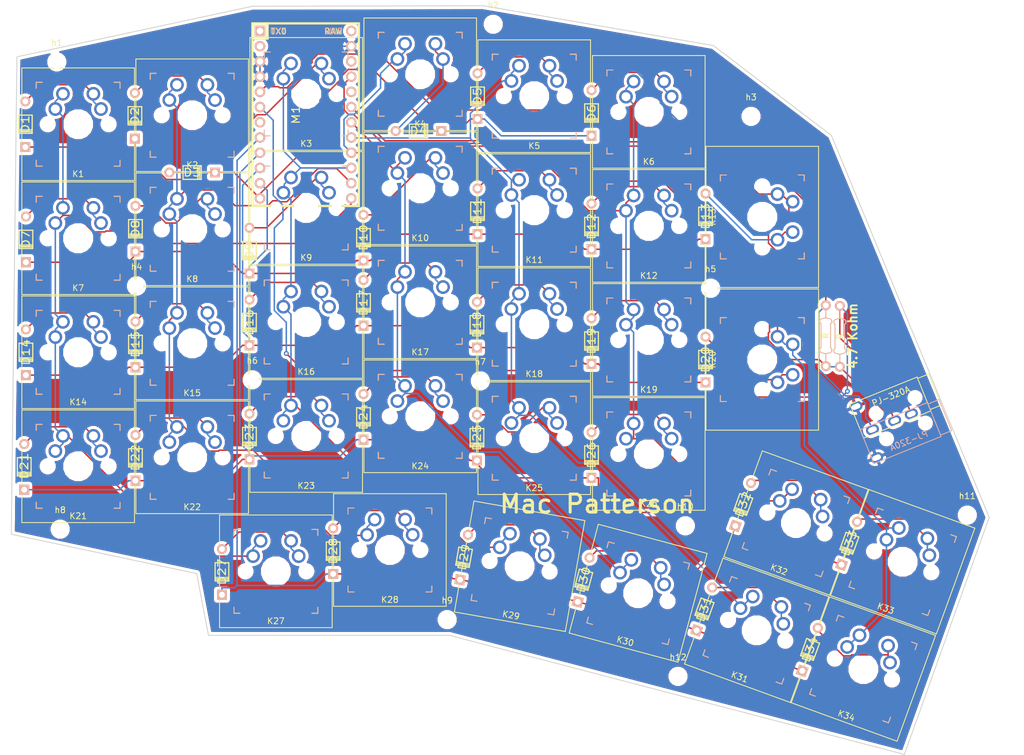
<source format=kicad_pcb>
(kicad_pcb (version 20171130) (host pcbnew "(5.0.0)")
  (layers (0 F.Cu signal) (31 B.Cu signal) (34 B.Paste user) (35 F.Paste user) (36 B.SilkS user) (37 F.SilkS user) (38 B.Mask user) (39 F.Mask user) (44 Edge.Cuts user))
  (net 0 "")
  (net 1 /row0)
  (net 2 "Net-(D1-Pad2)")
  (net 3 "Net-(D2-Pad2)")
  (net 4 "Net-(D3-Pad2)")
  (net 5 "Net-(D4-Pad2)")
  (net 6 "Net-(D5-Pad2)")
  (net 7 "Net-(D6-Pad2)")
  (net 8 "Net-(D7-Pad2)")
  (net 9 /row1)
  (net 10 "Net-(D8-Pad2)")
  (net 11 "Net-(D9-Pad2)")
  (net 12 "Net-(D10-Pad2)")
  (net 13 "Net-(D11-Pad2)")
  (net 14 "Net-(D12-Pad2)")
  (net 15 "Net-(D13-Pad2)")
  (net 16 "Net-(D14-Pad2)")
  (net 17 /row2)
  (net 18 "Net-(D15-Pad2)")
  (net 19 "Net-(D16-Pad2)")
  (net 20 "Net-(D17-Pad2)")
  (net 21 "Net-(D18-Pad2)")
  (net 22 "Net-(D19-Pad2)")
  (net 23 "Net-(D20-Pad2)")
  (net 24 /row3)
  (net 25 "Net-(D21-Pad2)")
  (net 26 "Net-(D22-Pad2)")
  (net 27 "Net-(D23-Pad2)")
  (net 28 "Net-(D24-Pad2)")
  (net 29 "Net-(D25-Pad2)")
  (net 30 "Net-(D26-Pad2)")
  (net 31 "Net-(D27-Pad2)")
  (net 32 /row4)
  (net 33 "Net-(D28-Pad2)")
  (net 34 "Net-(D29-Pad2)")
  (net 35 "Net-(D30-Pad2)")
  (net 36 "Net-(D31-Pad2)")
  (net 37 "Net-(D32-Pad2)")
  (net 38 /col0)
  (net 39 /col1)
  (net 40 /col2)
  (net 41 /col3)
  (net 42 /col4)
  (net 43 /col5)
  (net 44 /col6)
  (net 45 "Net-(M1-Pad1)")
  (net 46 "Net-(M1-Pad2)")
  (net 47 gnd)
  (net 48 sda)
  (net 49 scl)
  (net 50 "Net-(M1-Pad7)")
  (net 51 "Net-(M1-Pad20)")
  (net 52 "Net-(M1-Pad22)")
  (net 53 "Net-(M1-Pad24)")
  (net 54 vcc)
  (net 55 "Net-(D33-Pad2)")
  (net 56 "Net-(D34-Pad2)")
  (module Keebio-Parts:ARDUINO_PRO_MICRO (layer F.Cu) (at 87.5625 35.9062 270)
    (fp_text reference M1 (at 0 1.625 270) (layer F.SilkS) (effects (font (size 1.27 1.524) (thickness 0.2032))))
    (fp_text value ProMicro hide)
    (fp_text user TX0 (at -13.9 4.5) (layer F.SilkS))
    (fp_text user RAW (at -13.9 -4.6) (layer F.SilkS))
    (fp_text user RAW (at -13.9 -4.7) (layer B.SilkS) (effects (justify mirror)))
    (fp_text user TX0 (at -13.9 4.6) (layer B.SilkS) (effects (justify mirror)))
    (pad 24 thru_hole circle (at -13.97 -7.62 270) (size 1.7526 1.7526) (drill 1.0922) (layers *.Cu *.SilkS *.Mask) (net 53 "Net-(M1-Pad24)"))
    (pad 12 thru_hole circle (at 13.97 7.62 270) (size 1.7526 1.7526) (drill 1.0922) (layers *.Cu *.SilkS *.Mask) (net 1 /row0))
    (pad 23 thru_hole circle (at -11.43 -7.62 270) (size 1.7526 1.7526) (drill 1.0922) (layers *.Cu *.SilkS *.Mask) (net 47 gnd))
    (pad 22 thru_hole circle (at -8.89 -7.62 270) (size 1.7526 1.7526) (drill 1.0922) (layers *.Cu *.SilkS *.Mask) (net 52 "Net-(M1-Pad22)"))
    (pad 21 thru_hole circle (at -6.35 -7.62 270) (size 1.7526 1.7526) (drill 1.0922) (layers *.Cu *.SilkS *.Mask) (net 54 vcc))
    (pad 20 thru_hole circle (at -3.81 -7.62 270) (size 1.7526 1.7526) (drill 1.0922) (layers *.Cu *.SilkS *.Mask) (net 51 "Net-(M1-Pad20)"))
    (pad 19 thru_hole circle (at -1.27 -7.62 270) (size 1.7526 1.7526) (drill 1.0922) (layers *.Cu *.SilkS *.Mask) (net 44 /col6))
    (pad 18 thru_hole circle (at 1.27 -7.62 270) (size 1.7526 1.7526) (drill 1.0922) (layers *.Cu *.SilkS *.Mask) (net 43 /col5))
    (pad 17 thru_hole circle (at 3.81 -7.62 270) (size 1.7526 1.7526) (drill 1.0922) (layers *.Cu *.SilkS *.Mask) (net 42 /col4))
    (pad 16 thru_hole circle (at 6.35 -7.62 270) (size 1.7526 1.7526) (drill 1.0922) (layers *.Cu *.SilkS *.Mask) (net 41 /col3))
    (pad 15 thru_hole circle (at 8.89 -7.62 270) (size 1.7526 1.7526) (drill 1.0922) (layers *.Cu *.SilkS *.Mask) (net 40 /col2))
    (pad 14 thru_hole circle (at 11.43 -7.62 270) (size 1.7526 1.7526) (drill 1.0922) (layers *.Cu *.SilkS *.Mask) (net 39 /col1))
    (pad 13 thru_hole circle (at 13.97 -7.62 270) (size 1.7526 1.7526) (drill 1.0922) (layers *.Cu *.SilkS *.Mask) (net 38 /col0))
    (pad 11 thru_hole circle (at 11.43 7.62 270) (size 1.7526 1.7526) (drill 1.0922) (layers *.Cu *.SilkS *.Mask) (net 9 /row1))
    (pad 10 thru_hole circle (at 8.89 7.62 270) (size 1.7526 1.7526) (drill 1.0922) (layers *.Cu *.SilkS *.Mask) (net 17 /row2))
    (pad 9 thru_hole circle (at 6.35 7.62 270) (size 1.7526 1.7526) (drill 1.0922) (layers *.Cu *.SilkS *.Mask) (net 24 /row3))
    (pad 8 thru_hole circle (at 3.81 7.62 270) (size 1.7526 1.7526) (drill 1.0922) (layers *.Cu *.SilkS *.Mask) (net 32 /row4))
    (pad 7 thru_hole circle (at 1.27 7.62 270) (size 1.7526 1.7526) (drill 1.0922) (layers *.Cu *.SilkS *.Mask) (net 50 "Net-(M1-Pad7)"))
    (pad 6 thru_hole circle (at -1.27 7.62 270) (size 1.7526 1.7526) (drill 1.0922) (layers *.Cu *.SilkS *.Mask) (net 49 scl))
    (pad 5 thru_hole circle (at -3.81 7.62 270) (size 1.7526 1.7526) (drill 1.0922) (layers *.Cu *.SilkS *.Mask) (net 48 sda))
    (pad 4 thru_hole circle (at -6.35 7.62 270) (size 1.7526 1.7526) (drill 1.0922) (layers *.Cu *.SilkS *.Mask) (net 47 gnd))
    (pad 3 thru_hole circle (at -8.89 7.62 270) (size 1.7526 1.7526) (drill 1.0922) (layers *.Cu *.SilkS *.Mask) (net 47 gnd))
    (pad 2 thru_hole circle (at -11.43 7.62 270) (size 1.7526 1.7526) (drill 1.0922) (layers *.Cu *.SilkS *.Mask) (net 46 "Net-(M1-Pad2)"))
    (pad 1 thru_hole rect (at -13.97 7.62 270) (size 1.7526 1.7526) (drill 1.0922) (layers *.Cu *.SilkS *.Mask) (net 45 "Net-(M1-Pad1)"))
  )
  (module Keebio-Parts:Diode (layer F.Cu) (at 135.281 92.7188 270)
    (fp_text reference D26 (at 0 0 270) (layer F.SilkS) (effects (font (size 1.27 1.524) (thickness 0.2032))))
    (fp_text value D hide)
    (pad 1 thru_hole rect (at 3.81 0 270) (size 1.651 1.651) (drill 0.9906) (layers *.Cu *.SilkS *.Mask) (net 24 /row3))
    (pad 2 thru_hole circle (at -3.81 0 270) (size 1.651 1.651) (drill 0.9906) (layers *.Cu *.SilkS *.Mask) (net 30 "Net-(D26-Pad2)"))
  )
  (module Keebio-Parts:Diode (layer F.Cu) (at 133.969 113.531 255)
    (fp_text reference D30 (at 0 0 255) (layer F.SilkS) (effects (font (size 1.27 1.524) (thickness 0.2032))))
    (fp_text value D hide)
    (pad 1 thru_hole rect (at 3.81 0.000001 255) (size 1.651 1.651) (drill 0.9906) (layers *.Cu *.SilkS *.Mask) (net 32 /row4))
    (pad 2 thru_hole circle (at -3.81 -0.000001 255) (size 1.651 1.651) (drill 0.9906) (layers *.Cu *.SilkS *.Mask) (net 35 "Net-(D30-Pad2)"))
  )
  (module Keebio-Parts:Diode (layer F.Cu) (at 154.312 52.875 270)
    (fp_text reference D13 (at 0 0 270) (layer F.SilkS) (effects (font (size 1.27 1.524) (thickness 0.2032))))
    (fp_text value D hide)
    (pad 1 thru_hole rect (at 3.81 0 270) (size 1.651 1.651) (drill 0.9906) (layers *.Cu *.SilkS *.Mask) (net 9 /row1))
    (pad 2 thru_hole circle (at -3.81 0 270) (size 1.651 1.651) (drill 0.9906) (layers *.Cu *.SilkS *.Mask) (net 15 "Net-(D13-Pad2)"))
  )
  (module Keebio-Parts:Diode (layer F.Cu) (at 135.281 73.6875 270)
    (fp_text reference D19 (at 0 0 270) (layer F.SilkS) (effects (font (size 1.27 1.524) (thickness 0.2032))))
    (fp_text value D hide)
    (pad 1 thru_hole rect (at 3.81 0 270) (size 1.651 1.651) (drill 0.9906) (layers *.Cu *.SilkS *.Mask) (net 17 /row2))
    (pad 2 thru_hole circle (at -3.81 0 270) (size 1.651 1.651) (drill 0.9906) (layers *.Cu *.SilkS *.Mask) (net 22 "Net-(D19-Pad2)"))
  )
  (module Keebio-Parts:Diode (layer F.Cu) (at 154.312 76.7812 270)
    (fp_text reference D20 (at 0 0 270) (layer F.SilkS) (effects (font (size 1.27 1.524) (thickness 0.2032))))
    (fp_text value D hide)
    (pad 1 thru_hole rect (at 3.81 0 270) (size 1.651 1.651) (drill 0.9906) (layers *.Cu *.SilkS *.Mask) (net 17 /row2))
    (pad 2 thru_hole circle (at -3.81 0 270) (size 1.651 1.651) (drill 0.9906) (layers *.Cu *.SilkS *.Mask) (net 23 "Net-(D20-Pad2)"))
  )
  (module Keebio-Parts:Diode (layer F.Cu) (at 135.281 54.5625 270)
    (fp_text reference D12 (at 0 0 270) (layer F.SilkS) (effects (font (size 1.27 1.524) (thickness 0.2032))))
    (fp_text value D hide)
    (pad 1 thru_hole rect (at 3.81 0 270) (size 1.651 1.651) (drill 0.9906) (layers *.Cu *.SilkS *.Mask) (net 9 /row1))
    (pad 2 thru_hole circle (at -3.81 0 270) (size 1.651 1.651) (drill 0.9906) (layers *.Cu *.SilkS *.Mask) (net 14 "Net-(D12-Pad2)"))
  )
  (module Keebio-Parts:Diode (layer F.Cu) (at 135.281 35.625 270)
    (fp_text reference D6 (at 0 0 270) (layer F.SilkS) (effects (font (size 1.27 1.524) (thickness 0.2032))))
    (fp_text value D hide)
    (pad 1 thru_hole rect (at 3.81 0 270) (size 1.651 1.651) (drill 0.9906) (layers *.Cu *.SilkS *.Mask) (net 1 /row0))
    (pad 2 thru_hole circle (at -3.81 0 270) (size 1.651 1.651) (drill 0.9906) (layers *.Cu *.SilkS *.Mask) (net 7 "Net-(D6-Pad2)"))
  )
  (module Keebio-Parts:Diode (layer F.Cu) (at 160.594 100.969 250)
    (fp_text reference D32 (at 0 0 250) (layer F.SilkS) (effects (font (size 1.27 1.524) (thickness 0.2032))))
    (fp_text value D hide)
    (pad 1 thru_hole rect (at 3.81 0 250) (size 1.651 1.651) (drill 0.9906) (layers *.Cu *.SilkS *.Mask) (net 32 /row4))
    (pad 2 thru_hole circle (at -3.81 0 250) (size 1.651 1.651) (drill 0.9906) (layers *.Cu *.SilkS *.Mask) (net 37 "Net-(D32-Pad2)"))
  )
  (module Keebio-Parts:Diode (layer F.Cu) (at 154.125 118.406 250)
    (fp_text reference D31 (at 0 0 250) (layer F.SilkS) (effects (font (size 1.27 1.524) (thickness 0.2032))))
    (fp_text value D hide)
    (pad 1 thru_hole rect (at 3.81 0 250) (size 1.651 1.651) (drill 0.9906) (layers *.Cu *.SilkS *.Mask) (net 32 /row4))
    (pad 2 thru_hole circle (at -3.81 0 250) (size 1.651 1.651) (drill 0.9906) (layers *.Cu *.SilkS *.Mask) (net 36 "Net-(D31-Pad2)"))
  )
  (module Keebio-Parts:Diode (layer F.Cu) (at 40.7812 37.5 270)
    (fp_text reference D1 (at 0 0 270) (layer F.SilkS) (effects (font (size 1.27 1.524) (thickness 0.2032))))
    (fp_text value D hide)
    (pad 1 thru_hole rect (at 3.81 0 270) (size 1.651 1.651) (drill 0.9906) (layers *.Cu *.SilkS *.Mask) (net 1 /row0))
    (pad 2 thru_hole circle (at -3.81 0 270) (size 1.651 1.651) (drill 0.9906) (layers *.Cu *.SilkS *.Mask) (net 2 "Net-(D1-Pad2)"))
  )
  (module Keebio-Parts:Diode (layer F.Cu) (at 59.0625 36.0938 270)
    (fp_text reference D2 (at 0 0 270) (layer F.SilkS) (effects (font (size 1.27 1.524) (thickness 0.2032))))
    (fp_text value D hide)
    (pad 1 thru_hole rect (at 3.81 0 270) (size 1.651 1.651) (drill 0.9906) (layers *.Cu *.SilkS *.Mask) (net 1 /row0))
    (pad 2 thru_hole circle (at -3.81 0 270) (size 1.651 1.651) (drill 0.9906) (layers *.Cu *.SilkS *.Mask) (net 3 "Net-(D2-Pad2)"))
  )
  (module Keebio-Parts:Diode (layer F.Cu) (at 68.625 45.5625)
    (fp_text reference D3 (at 0 0) (layer F.SilkS) (effects (font (size 1.27 1.524) (thickness 0.2032))))
    (fp_text value D hide)
    (pad 1 thru_hole rect (at 3.81 0) (size 1.651 1.651) (drill 0.9906) (layers *.Cu *.SilkS *.Mask) (net 1 /row0))
    (pad 2 thru_hole circle (at -3.81 0) (size 1.651 1.651) (drill 0.9906) (layers *.Cu *.SilkS *.Mask) (net 4 "Net-(D3-Pad2)"))
  )
  (module Keebio-Parts:Diode (layer F.Cu) (at 106.406 38.625)
    (fp_text reference D4 (at 0 0) (layer F.SilkS) (effects (font (size 1.27 1.524) (thickness 0.2032))))
    (fp_text value D hide)
    (pad 1 thru_hole rect (at 3.81 0) (size 1.651 1.651) (drill 0.9906) (layers *.Cu *.SilkS *.Mask) (net 1 /row0))
    (pad 2 thru_hole circle (at -3.81 0) (size 1.651 1.651) (drill 0.9906) (layers *.Cu *.SilkS *.Mask) (net 5 "Net-(D4-Pad2)"))
  )
  (module Keebio-Parts:Diode (layer F.Cu) (at 116.25 32.8125 270)
    (fp_text reference D5 (at 0 0 270) (layer F.SilkS) (effects (font (size 1.27 1.524) (thickness 0.2032))))
    (fp_text value D hide)
    (pad 1 thru_hole rect (at 3.81 0 270) (size 1.651 1.651) (drill 0.9906) (layers *.Cu *.SilkS *.Mask) (net 1 /row0))
    (pad 2 thru_hole circle (at -3.81 0 270) (size 1.651 1.651) (drill 0.9906) (layers *.Cu *.SilkS *.Mask) (net 6 "Net-(D5-Pad2)"))
  )
  (module Keebio-Parts:Diode (layer F.Cu) (at 40.875 56.7188 270)
    (fp_text reference D7 (at 0 0 270) (layer F.SilkS) (effects (font (size 1.27 1.524) (thickness 0.2032))))
    (fp_text value D hide)
    (pad 1 thru_hole rect (at 3.81 0 270) (size 1.651 1.651) (drill 0.9906) (layers *.Cu *.SilkS *.Mask) (net 9 /row1))
    (pad 2 thru_hole circle (at -3.81 0 270) (size 1.651 1.651) (drill 0.9906) (layers *.Cu *.SilkS *.Mask) (net 8 "Net-(D7-Pad2)"))
  )
  (module Keebio-Parts:Diode (layer F.Cu) (at 59.1562 54.9375 270)
    (fp_text reference D8 (at 0 0 270) (layer F.SilkS) (effects (font (size 1.27 1.524) (thickness 0.2032))))
    (fp_text value D hide)
    (pad 1 thru_hole rect (at 3.81 0 270) (size 1.651 1.651) (drill 0.9906) (layers *.Cu *.SilkS *.Mask) (net 9 /row1))
    (pad 2 thru_hole circle (at -3.81 0 270) (size 1.651 1.651) (drill 0.9906) (layers *.Cu *.SilkS *.Mask) (net 10 "Net-(D8-Pad2)"))
  )
  (module Keebio-Parts:Diode (layer F.Cu) (at 78.1875 58.5938 270)
    (fp_text reference D9 (at 0 0 270) (layer F.SilkS) (effects (font (size 1.27 1.524) (thickness 0.2032))))
    (fp_text value D hide)
    (pad 1 thru_hole rect (at 3.81 0 270) (size 1.651 1.651) (drill 0.9906) (layers *.Cu *.SilkS *.Mask) (net 9 /row1))
    (pad 2 thru_hole circle (at -3.81 0 270) (size 1.651 1.651) (drill 0.9906) (layers *.Cu *.SilkS *.Mask) (net 11 "Net-(D9-Pad2)"))
  )
  (module Keebio-Parts:Diode (layer F.Cu) (at 97.2188 56.4375 270)
    (fp_text reference D10 (at 0 0 270) (layer F.SilkS) (effects (font (size 1.27 1.524) (thickness 0.2032))))
    (fp_text value D hide)
    (pad 1 thru_hole rect (at 3.81 0 270) (size 1.651 1.651) (drill 0.9906) (layers *.Cu *.SilkS *.Mask) (net 9 /row1))
    (pad 2 thru_hole circle (at -3.81 0 270) (size 1.651 1.651) (drill 0.9906) (layers *.Cu *.SilkS *.Mask) (net 12 "Net-(D10-Pad2)"))
  )
  (module Keebio-Parts:Diode (layer F.Cu) (at 116.25 52.0312 270)
    (fp_text reference D11 (at 0 0 270) (layer F.SilkS) (effects (font (size 1.27 1.524) (thickness 0.2032))))
    (fp_text value D hide)
    (pad 1 thru_hole rect (at 3.81 0 270) (size 1.651 1.651) (drill 0.9906) (layers *.Cu *.SilkS *.Mask) (net 9 /row1))
    (pad 2 thru_hole circle (at -3.81 0 270) (size 1.651 1.651) (drill 0.9906) (layers *.Cu *.SilkS *.Mask) (net 13 "Net-(D11-Pad2)"))
  )
  (module Keebio-Parts:Diode (layer F.Cu) (at 40.875 75.5625 270)
    (fp_text reference D14 (at 0 0 270) (layer F.SilkS) (effects (font (size 1.27 1.524) (thickness 0.2032))))
    (fp_text value D hide)
    (pad 1 thru_hole rect (at 3.81 0 270) (size 1.651 1.651) (drill 0.9906) (layers *.Cu *.SilkS *.Mask) (net 17 /row2))
    (pad 2 thru_hole circle (at -3.81 0 270) (size 1.651 1.651) (drill 0.9906) (layers *.Cu *.SilkS *.Mask) (net 16 "Net-(D14-Pad2)"))
  )
  (module Keebio-Parts:Diode (layer F.Cu) (at 59.1562 74.25 270)
    (fp_text reference D15 (at 0 0 270) (layer F.SilkS) (effects (font (size 1.27 1.524) (thickness 0.2032))))
    (fp_text value D hide)
    (pad 1 thru_hole rect (at 3.81 0 270) (size 1.651 1.651) (drill 0.9906) (layers *.Cu *.SilkS *.Mask) (net 17 /row2))
    (pad 2 thru_hole circle (at -3.81 0 270) (size 1.651 1.651) (drill 0.9906) (layers *.Cu *.SilkS *.Mask) (net 18 "Net-(D15-Pad2)"))
  )
  (module Keebio-Parts:Diode (layer F.Cu) (at 78.1875 70.5938 270)
    (fp_text reference D16 (at 0 0 270) (layer F.SilkS) (effects (font (size 1.27 1.524) (thickness 0.2032))))
    (fp_text value D hide)
    (pad 1 thru_hole rect (at 3.81 0 270) (size 1.651 1.651) (drill 0.9906) (layers *.Cu *.SilkS *.Mask) (net 17 /row2))
    (pad 2 thru_hole circle (at -3.81 0 270) (size 1.651 1.651) (drill 0.9906) (layers *.Cu *.SilkS *.Mask) (net 19 "Net-(D16-Pad2)"))
  )
  (module Keebio-Parts:Diode (layer F.Cu) (at 97.2188 67.3125 270)
    (fp_text reference D17 (at 0 0 270) (layer F.SilkS) (effects (font (size 1.27 1.524) (thickness 0.2032))))
    (fp_text value D hide)
    (pad 1 thru_hole rect (at 3.81 0 270) (size 1.651 1.651) (drill 0.9906) (layers *.Cu *.SilkS *.Mask) (net 17 /row2))
    (pad 2 thru_hole circle (at -3.81 0 270) (size 1.651 1.651) (drill 0.9906) (layers *.Cu *.SilkS *.Mask) (net 20 "Net-(D17-Pad2)"))
  )
  (module Keebio-Parts:Diode (layer F.Cu) (at 116.156 70.9688 270)
    (fp_text reference D18 (at 0 0 270) (layer F.SilkS) (effects (font (size 1.27 1.524) (thickness 0.2032))))
    (fp_text value D hide)
    (pad 1 thru_hole rect (at 3.81 0 270) (size 1.651 1.651) (drill 0.9906) (layers *.Cu *.SilkS *.Mask) (net 17 /row2))
    (pad 2 thru_hole circle (at -3.81 0 270) (size 1.651 1.651) (drill 0.9906) (layers *.Cu *.SilkS *.Mask) (net 21 "Net-(D18-Pad2)"))
  )
  (module Keebio-Parts:Diode (layer F.Cu) (at 40.5938 94.6875 270)
    (fp_text reference D21 (at -0.138 0 270) (layer F.SilkS) (effects (font (size 1.27 1.524) (thickness 0.2032))))
    (fp_text value D hide)
    (pad 1 thru_hole rect (at 3.81 0 270) (size 1.651 1.651) (drill 0.9906) (layers *.Cu *.SilkS *.Mask) (net 24 /row3))
    (pad 2 thru_hole circle (at -3.81 0 270) (size 1.651 1.651) (drill 0.9906) (layers *.Cu *.SilkS *.Mask) (net 25 "Net-(D21-Pad2)"))
  )
  (module Keebio-Parts:Diode (layer F.Cu) (at 59.1562 93.1875 270)
    (fp_text reference D22 (at 0 0 270) (layer F.SilkS) (effects (font (size 1.27 1.524) (thickness 0.2032))))
    (fp_text value D hide)
    (pad 1 thru_hole rect (at 3.81 0 270) (size 1.651 1.651) (drill 0.9906) (layers *.Cu *.SilkS *.Mask) (net 24 /row3))
    (pad 2 thru_hole circle (at -3.81 0 270) (size 1.651 1.651) (drill 0.9906) (layers *.Cu *.SilkS *.Mask) (net 26 "Net-(D22-Pad2)"))
  )
  (module Keebio-Parts:Diode (layer F.Cu) (at 78.1875 89.625 270)
    (fp_text reference D23 (at 0 0 270) (layer F.SilkS) (effects (font (size 1.27 1.524) (thickness 0.2032))))
    (fp_text value D hide)
    (pad 1 thru_hole rect (at 3.81 0 270) (size 1.651 1.651) (drill 0.9906) (layers *.Cu *.SilkS *.Mask) (net 24 /row3))
    (pad 2 thru_hole circle (at -3.81 0 270) (size 1.651 1.651) (drill 0.9906) (layers *.Cu *.SilkS *.Mask) (net 27 "Net-(D23-Pad2)"))
  )
  (module Keebio-Parts:Diode (layer F.Cu) (at 97.2188 86.3438 270)
    (fp_text reference D24 (at 0 0 270) (layer F.SilkS) (effects (font (size 1.27 1.524) (thickness 0.2032))))
    (fp_text value D hide)
    (pad 1 thru_hole rect (at 3.81 0 270) (size 1.651 1.651) (drill 0.9906) (layers *.Cu *.SilkS *.Mask) (net 24 /row3))
    (pad 2 thru_hole circle (at -3.81 0 270) (size 1.651 1.651) (drill 0.9906) (layers *.Cu *.SilkS *.Mask) (net 28 "Net-(D24-Pad2)"))
  )
  (module Keebio-Parts:Diode (layer F.Cu) (at 116.156 89.8125 270)
    (fp_text reference D25 (at 0 0 270) (layer F.SilkS) (effects (font (size 1.27 1.524) (thickness 0.2032))))
    (fp_text value D hide)
    (pad 1 thru_hole rect (at 3.81 0 270) (size 1.651 1.651) (drill 0.9906) (layers *.Cu *.SilkS *.Mask) (net 24 /row3))
    (pad 2 thru_hole circle (at -3.81 0 270) (size 1.651 1.651) (drill 0.9906) (layers *.Cu *.SilkS *.Mask) (net 29 "Net-(D25-Pad2)"))
  )
  (module Keebio-Parts:Diode (layer F.Cu) (at 73.5938 112.219 270)
    (fp_text reference D27 (at 0 0 270) (layer F.SilkS) (effects (font (size 1.27 1.524) (thickness 0.2032))))
    (fp_text value D hide)
    (pad 1 thru_hole rect (at 3.81 0 270) (size 1.651 1.651) (drill 0.9906) (layers *.Cu *.SilkS *.Mask) (net 32 /row4))
    (pad 2 thru_hole circle (at -3.81 0 270) (size 1.651 1.651) (drill 0.9906) (layers *.Cu *.SilkS *.Mask) (net 31 "Net-(D27-Pad2)"))
  )
  (module Keebio-Parts:Diode (layer F.Cu) (at 92.1562 108.75 270)
    (fp_text reference D28 (at 0 0 270) (layer F.SilkS) (effects (font (size 1.27 1.524) (thickness 0.2032))))
    (fp_text value D hide)
    (pad 1 thru_hole rect (at 3.81 0 270) (size 1.651 1.651) (drill 0.9906) (layers *.Cu *.SilkS *.Mask) (net 32 /row4))
    (pad 2 thru_hole circle (at -3.81 0 270) (size 1.651 1.651) (drill 0.9906) (layers *.Cu *.SilkS *.Mask) (net 33 "Net-(D28-Pad2)"))
  )
  (module Keebio-Parts:Diode (layer F.Cu) (at 114 109.781 260)
    (fp_text reference D29 (at 0 0 260) (layer F.SilkS) (effects (font (size 1.27 1.524) (thickness 0.2032))))
    (fp_text value D hide)
    (pad 1 thru_hole rect (at 3.810001 0 260) (size 1.651 1.651) (drill 0.9906) (layers *.Cu *.SilkS *.Mask) (net 32 /row4))
    (pad 2 thru_hole circle (at -3.810001 0 260) (size 1.651 1.651) (drill 0.9906) (layers *.Cu *.SilkS *.Mask) (net 34 "Net-(D29-Pad2)"))
  )
  (module Keebio-Parts:Diode (layer F.Cu) (at 178.312 107.438 250)
    (fp_text reference D33 (at 0 0 250) (layer F.SilkS) (effects (font (size 1.27 1.524) (thickness 0.2032))))
    (fp_text value D hide)
    (pad 1 thru_hole rect (at 3.81 0 250) (size 1.651 1.651) (drill 0.9906) (layers *.Cu *.SilkS *.Mask) (net 24 /row3))
    (pad 2 thru_hole circle (at -3.81 0 250) (size 1.651 1.651) (drill 0.9906) (layers *.Cu *.SilkS *.Mask) (net 55 "Net-(D33-Pad2)"))
  )
  (module Keebio-Parts:Diode (layer F.Cu) (at 171.75 125.156 250)
    (fp_text reference D34 (at 0 0 250) (layer F.SilkS) (effects (font (size 1.27 1.524) (thickness 0.2032))))
    (fp_text value D hide)
    (pad 1 thru_hole rect (at 3.81 0 250) (size 1.651 1.651) (drill 0.9906) (layers *.Cu *.SilkS *.Mask) (net 32 /row4))
    (pad 2 thru_hole circle (at -3.81 0 250) (size 1.651 1.651) (drill 0.9906) (layers *.Cu *.SilkS *.Mask) (net 56 "Net-(D34-Pad2)"))
  )
  (module keyswitches:MX_reversible_1.25 (layer F.Cu) (at 163.781 76.7812 270)
    (fp_text reference K20 (at 0 8.3 270) (layer F.SilkS))
    (fp_text value KEYSW)
    (pad 2 thru_hole circle (at 3.81 -2.54 270) (size 2.286 2.286) (drill 1.4986) (layers *.Cu *.Mask) (net 23 "Net-(D20-Pad2)"))
    (pad 1 thru_hole circle (at -2.54 -5.08 270) (size 2.286 2.286) (drill 1.4986) (layers *.Cu *.Mask) (net 44 /col6))
    (pad 2 thru_hole circle (at 2.54 -5.08 270) (size 2.286 2.286) (drill 1.4986) (layers *.Cu *.Mask) (net 23 "Net-(D20-Pad2)"))
    (pad "" np_thru_hole circle (at 0 0 270) (size 3.9878 3.9878) (drill 3.9878) (layers *.Cu *.Mask))
    (pad 1 thru_hole circle (at -3.81 -2.54 270) (size 2.286 2.286) (drill 1.4986) (layers *.Cu *.Mask) (net 44 /col6))
    (pad "" np_thru_hole circle (at 5.08 0 270) (size 1.7018 1.7018) (drill 1.7018) (layers *.Cu *.Mask))
    (pad "" np_thru_hole circle (at -5.08 0 270) (size 1.7018 1.7018) (drill 1.7018) (layers *.Cu *.Mask))
  )
  (module keyswitches:MX_reversible_1.25 (layer F.Cu) (at 163.781 52.9688 270)
    (fp_text reference K13 (at 0 8.3 270) (layer F.SilkS))
    (fp_text value KEYSW)
    (pad 2 thru_hole circle (at 3.81 -2.54 270) (size 2.286 2.286) (drill 1.4986) (layers *.Cu *.Mask) (net 15 "Net-(D13-Pad2)"))
    (pad 1 thru_hole circle (at -2.54 -5.08 270) (size 2.286 2.286) (drill 1.4986) (layers *.Cu *.Mask) (net 44 /col6))
    (pad 2 thru_hole circle (at 2.54 -5.08 270) (size 2.286 2.286) (drill 1.4986) (layers *.Cu *.Mask) (net 15 "Net-(D13-Pad2)"))
    (pad "" np_thru_hole circle (at 0 0 270) (size 3.9878 3.9878) (drill 3.9878) (layers *.Cu *.Mask))
    (pad 1 thru_hole circle (at -3.81 -2.54 270) (size 2.286 2.286) (drill 1.4986) (layers *.Cu *.Mask) (net 44 /col6))
    (pad "" np_thru_hole circle (at 5.08 0 270) (size 1.7018 1.7018) (drill 1.7018) (layers *.Cu *.Mask))
    (pad "" np_thru_hole circle (at -5.08 0 270) (size 1.7018 1.7018) (drill 1.7018) (layers *.Cu *.Mask))
  )
  (module keyswitches:MX_reversible (layer F.Cu) (at 49.5938 94.5938)
    (fp_text reference K21 (at 0 8.3) (layer F.SilkS))
    (fp_text value KEYSW)
    (pad "" np_thru_hole circle (at -5.08 0) (size 1.7018 1.7018) (drill 1.7018) (layers *.Cu *.Mask))
    (pad "" np_thru_hole circle (at 5.08 0) (size 1.7018 1.7018) (drill 1.7018) (layers *.Cu *.Mask))
    (pad 1 thru_hole circle (at -3.81 -2.54) (size 2.286 2.286) (drill 1.4986) (layers *.Cu *.Mask) (net 38 /col0))
    (pad "" np_thru_hole circle (at 0 0) (size 3.9878 3.9878) (drill 3.9878) (layers *.Cu *.Mask))
    (pad 2 thru_hole circle (at 2.54 -5.08) (size 2.286 2.286) (drill 1.4986) (layers *.Cu *.Mask) (net 25 "Net-(D21-Pad2)"))
    (pad 1 thru_hole circle (at -2.54 -5.08) (size 2.286 2.286) (drill 1.4986) (layers *.Cu *.Mask) (net 38 /col0))
    (pad 2 thru_hole circle (at 3.81 -2.54) (size 2.286 2.286) (drill 1.4986) (layers *.Cu *.Mask) (net 25 "Net-(D21-Pad2)"))
  )
  (module keyswitches:MX_reversible (layer F.Cu) (at 49.5938 75.5625)
    (fp_text reference K14 (at 0 8.3) (layer F.SilkS))
    (fp_text value KEYSW)
    (pad "" np_thru_hole circle (at -5.08 0) (size 1.7018 1.7018) (drill 1.7018) (layers *.Cu *.Mask))
    (pad "" np_thru_hole circle (at 5.08 0) (size 1.7018 1.7018) (drill 1.7018) (layers *.Cu *.Mask))
    (pad 1 thru_hole circle (at -3.81 -2.54) (size 2.286 2.286) (drill 1.4986) (layers *.Cu *.Mask) (net 38 /col0))
    (pad "" np_thru_hole circle (at 0 0) (size 3.9878 3.9878) (drill 3.9878) (layers *.Cu *.Mask))
    (pad 2 thru_hole circle (at 2.54 -5.08) (size 2.286 2.286) (drill 1.4986) (layers *.Cu *.Mask) (net 16 "Net-(D14-Pad2)"))
    (pad 1 thru_hole circle (at -2.54 -5.08) (size 2.286 2.286) (drill 1.4986) (layers *.Cu *.Mask) (net 38 /col0))
    (pad 2 thru_hole circle (at 3.81 -2.54) (size 2.286 2.286) (drill 1.4986) (layers *.Cu *.Mask) (net 16 "Net-(D14-Pad2)"))
  )
  (module keyswitches:MX_reversible (layer F.Cu) (at 49.5938 56.5312)
    (fp_text reference K7 (at 0 8.3) (layer F.SilkS))
    (fp_text value KEYSW)
    (pad "" np_thru_hole circle (at -5.08 0) (size 1.7018 1.7018) (drill 1.7018) (layers *.Cu *.Mask))
    (pad "" np_thru_hole circle (at 5.08 0) (size 1.7018 1.7018) (drill 1.7018) (layers *.Cu *.Mask))
    (pad 1 thru_hole circle (at -3.81 -2.54) (size 2.286 2.286) (drill 1.4986) (layers *.Cu *.Mask) (net 38 /col0))
    (pad "" np_thru_hole circle (at 0 0) (size 3.9878 3.9878) (drill 3.9878) (layers *.Cu *.Mask))
    (pad 2 thru_hole circle (at 2.54 -5.08) (size 2.286 2.286) (drill 1.4986) (layers *.Cu *.Mask) (net 8 "Net-(D7-Pad2)"))
    (pad 1 thru_hole circle (at -2.54 -5.08) (size 2.286 2.286) (drill 1.4986) (layers *.Cu *.Mask) (net 38 /col0))
    (pad 2 thru_hole circle (at 3.81 -2.54) (size 2.286 2.286) (drill 1.4986) (layers *.Cu *.Mask) (net 8 "Net-(D7-Pad2)"))
  )
  (module keyswitches:MX_reversible (layer F.Cu) (at 68.625 55.0312)
    (fp_text reference K8 (at 0 8.3) (layer F.SilkS))
    (fp_text value KEYSW)
    (pad "" np_thru_hole circle (at -5.08 0) (size 1.7018 1.7018) (drill 1.7018) (layers *.Cu *.Mask))
    (pad "" np_thru_hole circle (at 5.08 0) (size 1.7018 1.7018) (drill 1.7018) (layers *.Cu *.Mask))
    (pad 1 thru_hole circle (at -3.81 -2.54) (size 2.286 2.286) (drill 1.4986) (layers *.Cu *.Mask) (net 39 /col1))
    (pad "" np_thru_hole circle (at 0 0) (size 3.9878 3.9878) (drill 3.9878) (layers *.Cu *.Mask))
    (pad 2 thru_hole circle (at 2.54 -5.08) (size 2.286 2.286) (drill 1.4986) (layers *.Cu *.Mask) (net 10 "Net-(D8-Pad2)"))
    (pad 1 thru_hole circle (at -2.54 -5.08) (size 2.286 2.286) (drill 1.4986) (layers *.Cu *.Mask) (net 39 /col1))
    (pad 2 thru_hole circle (at 3.81 -2.54) (size 2.286 2.286) (drill 1.4986) (layers *.Cu *.Mask) (net 10 "Net-(D8-Pad2)"))
  )
  (module keyswitches:MX_reversible (layer F.Cu) (at 68.625 74.0625)
    (fp_text reference K15 (at 0 8.3) (layer F.SilkS))
    (fp_text value KEYSW)
    (pad "" np_thru_hole circle (at -5.08 0) (size 1.7018 1.7018) (drill 1.7018) (layers *.Cu *.Mask))
    (pad "" np_thru_hole circle (at 5.08 0) (size 1.7018 1.7018) (drill 1.7018) (layers *.Cu *.Mask))
    (pad 1 thru_hole circle (at -3.81 -2.54) (size 2.286 2.286) (drill 1.4986) (layers *.Cu *.Mask) (net 39 /col1))
    (pad "" np_thru_hole circle (at 0 0) (size 3.9878 3.9878) (drill 3.9878) (layers *.Cu *.Mask))
    (pad 2 thru_hole circle (at 2.54 -5.08) (size 2.286 2.286) (drill 1.4986) (layers *.Cu *.Mask) (net 18 "Net-(D15-Pad2)"))
    (pad 1 thru_hole circle (at -2.54 -5.08) (size 2.286 2.286) (drill 1.4986) (layers *.Cu *.Mask) (net 39 /col1))
    (pad 2 thru_hole circle (at 3.81 -2.54) (size 2.286 2.286) (drill 1.4986) (layers *.Cu *.Mask) (net 18 "Net-(D15-Pad2)"))
  )
  (module keyswitches:MX_reversible (layer F.Cu) (at 68.625 93.0938)
    (fp_text reference K22 (at 0 8.3) (layer F.SilkS))
    (fp_text value KEYSW)
    (pad "" np_thru_hole circle (at -5.08 0) (size 1.7018 1.7018) (drill 1.7018) (layers *.Cu *.Mask))
    (pad "" np_thru_hole circle (at 5.08 0) (size 1.7018 1.7018) (drill 1.7018) (layers *.Cu *.Mask))
    (pad 1 thru_hole circle (at -3.81 -2.54) (size 2.286 2.286) (drill 1.4986) (layers *.Cu *.Mask) (net 39 /col1))
    (pad "" np_thru_hole circle (at 0 0) (size 3.9878 3.9878) (drill 3.9878) (layers *.Cu *.Mask))
    (pad 2 thru_hole circle (at 2.54 -5.08) (size 2.286 2.286) (drill 1.4986) (layers *.Cu *.Mask) (net 26 "Net-(D22-Pad2)"))
    (pad 1 thru_hole circle (at -2.54 -5.08) (size 2.286 2.286) (drill 1.4986) (layers *.Cu *.Mask) (net 39 /col1))
    (pad 2 thru_hole circle (at 3.81 -2.54) (size 2.286 2.286) (drill 1.4986) (layers *.Cu *.Mask) (net 26 "Net-(D22-Pad2)"))
  )
  (module keyswitches:MX_reversible (layer F.Cu) (at 87.6562 89.5312)
    (fp_text reference K23 (at 0 8.3) (layer F.SilkS))
    (fp_text value KEYSW)
    (pad "" np_thru_hole circle (at -5.08 0) (size 1.7018 1.7018) (drill 1.7018) (layers *.Cu *.Mask))
    (pad "" np_thru_hole circle (at 5.08 0) (size 1.7018 1.7018) (drill 1.7018) (layers *.Cu *.Mask))
    (pad 1 thru_hole circle (at -3.81 -2.54) (size 2.286 2.286) (drill 1.4986) (layers *.Cu *.Mask) (net 40 /col2))
    (pad "" np_thru_hole circle (at 0 0) (size 3.9878 3.9878) (drill 3.9878) (layers *.Cu *.Mask))
    (pad 2 thru_hole circle (at 2.54 -5.08) (size 2.286 2.286) (drill 1.4986) (layers *.Cu *.Mask) (net 27 "Net-(D23-Pad2)"))
    (pad 1 thru_hole circle (at -2.54 -5.08) (size 2.286 2.286) (drill 1.4986) (layers *.Cu *.Mask) (net 40 /col2))
    (pad 2 thru_hole circle (at 3.81 -2.54) (size 2.286 2.286) (drill 1.4986) (layers *.Cu *.Mask) (net 27 "Net-(D23-Pad2)"))
  )
  (module keyswitches:MX_reversible (layer F.Cu) (at 87.6562 70.5)
    (fp_text reference K16 (at 0 8.3) (layer F.SilkS))
    (fp_text value KEYSW)
    (pad "" np_thru_hole circle (at -5.08 0) (size 1.7018 1.7018) (drill 1.7018) (layers *.Cu *.Mask))
    (pad "" np_thru_hole circle (at 5.08 0) (size 1.7018 1.7018) (drill 1.7018) (layers *.Cu *.Mask))
    (pad 1 thru_hole circle (at -3.81 -2.54) (size 2.286 2.286) (drill 1.4986) (layers *.Cu *.Mask) (net 40 /col2))
    (pad "" np_thru_hole circle (at 0 0) (size 3.9878 3.9878) (drill 3.9878) (layers *.Cu *.Mask))
    (pad 2 thru_hole circle (at 2.54 -5.08) (size 2.286 2.286) (drill 1.4986) (layers *.Cu *.Mask) (net 19 "Net-(D16-Pad2)"))
    (pad 1 thru_hole circle (at -2.54 -5.08) (size 2.286 2.286) (drill 1.4986) (layers *.Cu *.Mask) (net 40 /col2))
    (pad 2 thru_hole circle (at 3.81 -2.54) (size 2.286 2.286) (drill 1.4986) (layers *.Cu *.Mask) (net 19 "Net-(D16-Pad2)"))
  )
  (module keyswitches:MX_reversible (layer F.Cu) (at 87.6562 51.4688)
    (fp_text reference K9 (at 0 8.3) (layer F.SilkS))
    (fp_text value KEYSW)
    (pad "" np_thru_hole circle (at -5.08 0) (size 1.7018 1.7018) (drill 1.7018) (layers *.Cu *.Mask))
    (pad "" np_thru_hole circle (at 5.08 0) (size 1.7018 1.7018) (drill 1.7018) (layers *.Cu *.Mask))
    (pad 1 thru_hole circle (at -3.81 -2.54) (size 2.286 2.286) (drill 1.4986) (layers *.Cu *.Mask) (net 40 /col2))
    (pad "" np_thru_hole circle (at 0 0) (size 3.9878 3.9878) (drill 3.9878) (layers *.Cu *.Mask))
    (pad 2 thru_hole circle (at 2.54 -5.08) (size 2.286 2.286) (drill 1.4986) (layers *.Cu *.Mask) (net 11 "Net-(D9-Pad2)"))
    (pad 1 thru_hole circle (at -2.54 -5.08) (size 2.286 2.286) (drill 1.4986) (layers *.Cu *.Mask) (net 40 /col2))
    (pad 2 thru_hole circle (at 3.81 -2.54) (size 2.286 2.286) (drill 1.4986) (layers *.Cu *.Mask) (net 11 "Net-(D9-Pad2)"))
  )
  (module keyswitches:MX_reversible (layer F.Cu) (at 106.688 86.25)
    (fp_text reference K24 (at 0 8.3) (layer F.SilkS))
    (fp_text value KEYSW)
    (pad "" np_thru_hole circle (at -5.08 0) (size 1.7018 1.7018) (drill 1.7018) (layers *.Cu *.Mask))
    (pad "" np_thru_hole circle (at 5.08 0) (size 1.7018 1.7018) (drill 1.7018) (layers *.Cu *.Mask))
    (pad 1 thru_hole circle (at -3.81 -2.54) (size 2.286 2.286) (drill 1.4986) (layers *.Cu *.Mask) (net 41 /col3))
    (pad "" np_thru_hole circle (at 0 0) (size 3.9878 3.9878) (drill 3.9878) (layers *.Cu *.Mask))
    (pad 2 thru_hole circle (at 2.54 -5.08) (size 2.286 2.286) (drill 1.4986) (layers *.Cu *.Mask) (net 28 "Net-(D24-Pad2)"))
    (pad 1 thru_hole circle (at -2.54 -5.08) (size 2.286 2.286) (drill 1.4986) (layers *.Cu *.Mask) (net 41 /col3))
    (pad 2 thru_hole circle (at 3.81 -2.54) (size 2.286 2.286) (drill 1.4986) (layers *.Cu *.Mask) (net 28 "Net-(D24-Pad2)"))
  )
  (module keyswitches:MX_reversible (layer F.Cu) (at 106.688 67.2188)
    (fp_text reference K17 (at 0 8.3) (layer F.SilkS))
    (fp_text value KEYSW)
    (pad "" np_thru_hole circle (at -5.08 0) (size 1.7018 1.7018) (drill 1.7018) (layers *.Cu *.Mask))
    (pad "" np_thru_hole circle (at 5.08 0) (size 1.7018 1.7018) (drill 1.7018) (layers *.Cu *.Mask))
    (pad 1 thru_hole circle (at -3.81 -2.54) (size 2.286 2.286) (drill 1.4986) (layers *.Cu *.Mask) (net 41 /col3))
    (pad "" np_thru_hole circle (at 0 0) (size 3.9878 3.9878) (drill 3.9878) (layers *.Cu *.Mask))
    (pad 2 thru_hole circle (at 2.54 -5.08) (size 2.286 2.286) (drill 1.4986) (layers *.Cu *.Mask) (net 20 "Net-(D17-Pad2)"))
    (pad 1 thru_hole circle (at -2.54 -5.08) (size 2.286 2.286) (drill 1.4986) (layers *.Cu *.Mask) (net 41 /col3))
    (pad 2 thru_hole circle (at 3.81 -2.54) (size 2.286 2.286) (drill 1.4986) (layers *.Cu *.Mask) (net 20 "Net-(D17-Pad2)"))
  )
  (module keyswitches:MX_reversible (layer F.Cu) (at 106.688 48.1875)
    (fp_text reference K10 (at 0 8.3) (layer F.SilkS))
    (fp_text value KEYSW)
    (pad "" np_thru_hole circle (at -5.08 0) (size 1.7018 1.7018) (drill 1.7018) (layers *.Cu *.Mask))
    (pad "" np_thru_hole circle (at 5.08 0) (size 1.7018 1.7018) (drill 1.7018) (layers *.Cu *.Mask))
    (pad 1 thru_hole circle (at -3.81 -2.54) (size 2.286 2.286) (drill 1.4986) (layers *.Cu *.Mask) (net 41 /col3))
    (pad "" np_thru_hole circle (at 0 0) (size 3.9878 3.9878) (drill 3.9878) (layers *.Cu *.Mask))
    (pad 2 thru_hole circle (at 2.54 -5.08) (size 2.286 2.286) (drill 1.4986) (layers *.Cu *.Mask) (net 12 "Net-(D10-Pad2)"))
    (pad 1 thru_hole circle (at -2.54 -5.08) (size 2.286 2.286) (drill 1.4986) (layers *.Cu *.Mask) (net 41 /col3))
    (pad 2 thru_hole circle (at 3.81 -2.54) (size 2.286 2.286) (drill 1.4986) (layers *.Cu *.Mask) (net 12 "Net-(D10-Pad2)"))
  )
  (module keyswitches:MX_reversible (layer F.Cu) (at 125.719 51.8438)
    (fp_text reference K11 (at 0 8.3) (layer F.SilkS))
    (fp_text value KEYSW)
    (pad "" np_thru_hole circle (at -5.08 0) (size 1.7018 1.7018) (drill 1.7018) (layers *.Cu *.Mask))
    (pad "" np_thru_hole circle (at 5.08 0) (size 1.7018 1.7018) (drill 1.7018) (layers *.Cu *.Mask))
    (pad 1 thru_hole circle (at -3.81 -2.54) (size 2.286 2.286) (drill 1.4986) (layers *.Cu *.Mask) (net 42 /col4))
    (pad "" np_thru_hole circle (at 0 0) (size 3.9878 3.9878) (drill 3.9878) (layers *.Cu *.Mask))
    (pad 2 thru_hole circle (at 2.54 -5.08) (size 2.286 2.286) (drill 1.4986) (layers *.Cu *.Mask) (net 13 "Net-(D11-Pad2)"))
    (pad 1 thru_hole circle (at -2.54 -5.08) (size 2.286 2.286) (drill 1.4986) (layers *.Cu *.Mask) (net 42 /col4))
    (pad 2 thru_hole circle (at 3.81 -2.54) (size 2.286 2.286) (drill 1.4986) (layers *.Cu *.Mask) (net 13 "Net-(D11-Pad2)"))
  )
  (module keyswitches:MX_reversible (layer F.Cu) (at 125.719 70.875)
    (fp_text reference K18 (at 0 8.3) (layer F.SilkS))
    (fp_text value KEYSW)
    (pad "" np_thru_hole circle (at -5.08 0) (size 1.7018 1.7018) (drill 1.7018) (layers *.Cu *.Mask))
    (pad "" np_thru_hole circle (at 5.08 0) (size 1.7018 1.7018) (drill 1.7018) (layers *.Cu *.Mask))
    (pad 1 thru_hole circle (at -3.81 -2.54) (size 2.286 2.286) (drill 1.4986) (layers *.Cu *.Mask) (net 42 /col4))
    (pad "" np_thru_hole circle (at 0 0) (size 3.9878 3.9878) (drill 3.9878) (layers *.Cu *.Mask))
    (pad 2 thru_hole circle (at 2.54 -5.08) (size 2.286 2.286) (drill 1.4986) (layers *.Cu *.Mask) (net 21 "Net-(D18-Pad2)"))
    (pad 1 thru_hole circle (at -2.54 -5.08) (size 2.286 2.286) (drill 1.4986) (layers *.Cu *.Mask) (net 42 /col4))
    (pad 2 thru_hole circle (at 3.81 -2.54) (size 2.286 2.286) (drill 1.4986) (layers *.Cu *.Mask) (net 21 "Net-(D18-Pad2)"))
  )
  (module keyswitches:MX_reversible (layer F.Cu) (at 125.719 89.9062)
    (fp_text reference K25 (at 0 8.3) (layer F.SilkS))
    (fp_text value KEYSW)
    (pad "" np_thru_hole circle (at -5.08 0) (size 1.7018 1.7018) (drill 1.7018) (layers *.Cu *.Mask))
    (pad "" np_thru_hole circle (at 5.08 0) (size 1.7018 1.7018) (drill 1.7018) (layers *.Cu *.Mask))
    (pad 1 thru_hole circle (at -3.81 -2.54) (size 2.286 2.286) (drill 1.4986) (layers *.Cu *.Mask) (net 42 /col4))
    (pad "" np_thru_hole circle (at 0 0) (size 3.9878 3.9878) (drill 3.9878) (layers *.Cu *.Mask))
    (pad 2 thru_hole circle (at 2.54 -5.08) (size 2.286 2.286) (drill 1.4986) (layers *.Cu *.Mask) (net 29 "Net-(D25-Pad2)"))
    (pad 1 thru_hole circle (at -2.54 -5.08) (size 2.286 2.286) (drill 1.4986) (layers *.Cu *.Mask) (net 42 /col4))
    (pad 2 thru_hole circle (at 3.81 -2.54) (size 2.286 2.286) (drill 1.4986) (layers *.Cu *.Mask) (net 29 "Net-(D25-Pad2)"))
  )
  (module keyswitches:MX_reversible (layer F.Cu) (at 144.844 92.5312)
    (fp_text reference K26 (at 0 8.3) (layer F.SilkS))
    (fp_text value KEYSW)
    (pad "" np_thru_hole circle (at -5.08 0) (size 1.7018 1.7018) (drill 1.7018) (layers *.Cu *.Mask))
    (pad "" np_thru_hole circle (at 5.08 0) (size 1.7018 1.7018) (drill 1.7018) (layers *.Cu *.Mask))
    (pad 1 thru_hole circle (at -3.81 -2.54) (size 2.286 2.286) (drill 1.4986) (layers *.Cu *.Mask) (net 43 /col5))
    (pad "" np_thru_hole circle (at 0 0) (size 3.9878 3.9878) (drill 3.9878) (layers *.Cu *.Mask))
    (pad 2 thru_hole circle (at 2.54 -5.08) (size 2.286 2.286) (drill 1.4986) (layers *.Cu *.Mask) (net 30 "Net-(D26-Pad2)"))
    (pad 1 thru_hole circle (at -2.54 -5.08) (size 2.286 2.286) (drill 1.4986) (layers *.Cu *.Mask) (net 43 /col5))
    (pad 2 thru_hole circle (at 3.81 -2.54) (size 2.286 2.286) (drill 1.4986) (layers *.Cu *.Mask) (net 30 "Net-(D26-Pad2)"))
  )
  (module keyswitches:MX_reversible (layer F.Cu) (at 144.844 73.5)
    (fp_text reference K19 (at 0 8.3) (layer F.SilkS))
    (fp_text value KEYSW)
    (pad "" np_thru_hole circle (at -5.08 0) (size 1.7018 1.7018) (drill 1.7018) (layers *.Cu *.Mask))
    (pad "" np_thru_hole circle (at 5.08 0) (size 1.7018 1.7018) (drill 1.7018) (layers *.Cu *.Mask))
    (pad 1 thru_hole circle (at -3.81 -2.54) (size 2.286 2.286) (drill 1.4986) (layers *.Cu *.Mask) (net 43 /col5))
    (pad "" np_thru_hole circle (at 0 0) (size 3.9878 3.9878) (drill 3.9878) (layers *.Cu *.Mask))
    (pad 2 thru_hole circle (at 2.54 -5.08) (size 2.286 2.286) (drill 1.4986) (layers *.Cu *.Mask) (net 22 "Net-(D19-Pad2)"))
    (pad 1 thru_hole circle (at -2.54 -5.08) (size 2.286 2.286) (drill 1.4986) (layers *.Cu *.Mask) (net 43 /col5))
    (pad 2 thru_hole circle (at 3.81 -2.54) (size 2.286 2.286) (drill 1.4986) (layers *.Cu *.Mask) (net 22 "Net-(D19-Pad2)"))
  )
  (module keyswitches:MX_reversible (layer F.Cu) (at 144.844 54.4688)
    (fp_text reference K12 (at 0 8.3) (layer F.SilkS))
    (fp_text value KEYSW)
    (pad "" np_thru_hole circle (at -5.08 0) (size 1.7018 1.7018) (drill 1.7018) (layers *.Cu *.Mask))
    (pad "" np_thru_hole circle (at 5.08 0) (size 1.7018 1.7018) (drill 1.7018) (layers *.Cu *.Mask))
    (pad 1 thru_hole circle (at -3.81 -2.54) (size 2.286 2.286) (drill 1.4986) (layers *.Cu *.Mask) (net 43 /col5))
    (pad "" np_thru_hole circle (at 0 0) (size 3.9878 3.9878) (drill 3.9878) (layers *.Cu *.Mask))
    (pad 2 thru_hole circle (at 2.54 -5.08) (size 2.286 2.286) (drill 1.4986) (layers *.Cu *.Mask) (net 14 "Net-(D12-Pad2)"))
    (pad 1 thru_hole circle (at -2.54 -5.08) (size 2.286 2.286) (drill 1.4986) (layers *.Cu *.Mask) (net 43 /col5))
    (pad 2 thru_hole circle (at 3.81 -2.54) (size 2.286 2.286) (drill 1.4986) (layers *.Cu *.Mask) (net 14 "Net-(D12-Pad2)"))
  )
  (module keyswitches:MX_reversible (layer F.Cu) (at 162.844 121.969 340)
    (fp_text reference K31 (at 0 8.3 340) (layer F.SilkS))
    (fp_text value KEYSW)
    (pad "" np_thru_hole circle (at -5.08 0 340) (size 1.7018 1.7018) (drill 1.7018) (layers *.Cu *.Mask))
    (pad "" np_thru_hole circle (at 5.08 0 340) (size 1.7018 1.7018) (drill 1.7018) (layers *.Cu *.Mask))
    (pad 1 thru_hole circle (at -3.81 -2.54 340) (size 2.286 2.286) (drill 1.4986) (layers *.Cu *.Mask) (net 42 /col4))
    (pad "" np_thru_hole circle (at 0 0 340) (size 3.9878 3.9878) (drill 3.9878) (layers *.Cu *.Mask))
    (pad 2 thru_hole circle (at 2.540001 -5.08 340) (size 2.286 2.286) (drill 1.4986) (layers *.Cu *.Mask) (net 36 "Net-(D31-Pad2)"))
    (pad 1 thru_hole circle (at -2.54 -5.08 340) (size 2.286 2.286) (drill 1.4986) (layers *.Cu *.Mask) (net 42 /col4))
    (pad 2 thru_hole circle (at 3.81 -2.54 340) (size 2.286 2.286) (drill 1.4986) (layers *.Cu *.Mask) (net 36 "Net-(D31-Pad2)"))
  )
  (module keyswitches:MX_reversible (layer F.Cu) (at 180.656 128.438 340)
    (fp_text reference K34 (at 0 8.3 340) (layer F.SilkS))
    (fp_text value KEYSW)
    (pad "" np_thru_hole circle (at -5.08 0 340) (size 1.7018 1.7018) (drill 1.7018) (layers *.Cu *.Mask))
    (pad "" np_thru_hole circle (at 5.08 0 340) (size 1.7018 1.7018) (drill 1.7018) (layers *.Cu *.Mask))
    (pad 1 thru_hole circle (at -3.81 -2.54 340) (size 2.286 2.286) (drill 1.4986) (layers *.Cu *.Mask) (net 44 /col6))
    (pad "" np_thru_hole circle (at 0 0 340) (size 3.9878 3.9878) (drill 3.9878) (layers *.Cu *.Mask))
    (pad 2 thru_hole circle (at 2.540001 -5.08 340) (size 2.286 2.286) (drill 1.4986) (layers *.Cu *.Mask) (net 56 "Net-(D34-Pad2)"))
    (pad 1 thru_hole circle (at -2.54 -5.08 340) (size 2.286 2.286) (drill 1.4986) (layers *.Cu *.Mask) (net 44 /col6))
    (pad 2 thru_hole circle (at 3.81 -2.54 340) (size 2.286 2.286) (drill 1.4986) (layers *.Cu *.Mask) (net 56 "Net-(D34-Pad2)"))
  )
  (module keyswitches:MX_reversible (layer F.Cu) (at 187.219 110.531 340)
    (fp_text reference K33 (at 0 8.3 340) (layer F.SilkS))
    (fp_text value KEYSW)
    (pad "" np_thru_hole circle (at -5.08 0 340) (size 1.7018 1.7018) (drill 1.7018) (layers *.Cu *.Mask))
    (pad "" np_thru_hole circle (at 5.08 0 340) (size 1.7018 1.7018) (drill 1.7018) (layers *.Cu *.Mask))
    (pad 1 thru_hole circle (at -3.81 -2.54 340) (size 2.286 2.286) (drill 1.4986) (layers *.Cu *.Mask) (net 44 /col6))
    (pad "" np_thru_hole circle (at 0 0 340) (size 3.9878 3.9878) (drill 3.9878) (layers *.Cu *.Mask))
    (pad 2 thru_hole circle (at 2.540001 -5.08 340) (size 2.286 2.286) (drill 1.4986) (layers *.Cu *.Mask) (net 55 "Net-(D33-Pad2)"))
    (pad 1 thru_hole circle (at -2.54 -5.08 340) (size 2.286 2.286) (drill 1.4986) (layers *.Cu *.Mask) (net 44 /col6))
    (pad 2 thru_hole circle (at 3.81 -2.54 340) (size 2.286 2.286) (drill 1.4986) (layers *.Cu *.Mask) (net 55 "Net-(D33-Pad2)"))
  )
  (module keyswitches:MX_reversible (layer F.Cu) (at 106.688 29.1562)
    (fp_text reference K4 (at 0 8.3) (layer F.SilkS))
    (fp_text value KEYSW)
    (pad "" np_thru_hole circle (at -5.08 0) (size 1.7018 1.7018) (drill 1.7018) (layers *.Cu *.Mask))
    (pad "" np_thru_hole circle (at 5.08 0) (size 1.7018 1.7018) (drill 1.7018) (layers *.Cu *.Mask))
    (pad 1 thru_hole circle (at -3.81 -2.54) (size 2.286 2.286) (drill 1.4986) (layers *.Cu *.Mask) (net 41 /col3))
    (pad "" np_thru_hole circle (at 0 0) (size 3.9878 3.9878) (drill 3.9878) (layers *.Cu *.Mask))
    (pad 2 thru_hole circle (at 2.54 -5.08) (size 2.286 2.286) (drill 1.4986) (layers *.Cu *.Mask) (net 5 "Net-(D4-Pad2)"))
    (pad 1 thru_hole circle (at -2.54 -5.08) (size 2.286 2.286) (drill 1.4986) (layers *.Cu *.Mask) (net 41 /col3))
    (pad 2 thru_hole circle (at 3.81 -2.54) (size 2.286 2.286) (drill 1.4986) (layers *.Cu *.Mask) (net 5 "Net-(D4-Pad2)"))
  )
  (module keyswitches:MX_reversible (layer F.Cu) (at 49.5938 37.5)
    (fp_text reference K1 (at 0 8.3) (layer F.SilkS))
    (fp_text value KEYSW)
    (pad "" np_thru_hole circle (at -5.08 0) (size 1.7018 1.7018) (drill 1.7018) (layers *.Cu *.Mask))
    (pad "" np_thru_hole circle (at 5.08 0) (size 1.7018 1.7018) (drill 1.7018) (layers *.Cu *.Mask))
    (pad 1 thru_hole circle (at -3.81 -2.54) (size 2.286 2.286) (drill 1.4986) (layers *.Cu *.Mask) (net 38 /col0))
    (pad "" np_thru_hole circle (at 0 0) (size 3.9878 3.9878) (drill 3.9878) (layers *.Cu *.Mask))
    (pad 2 thru_hole circle (at 2.54 -5.08) (size 2.286 2.286) (drill 1.4986) (layers *.Cu *.Mask) (net 2 "Net-(D1-Pad2)"))
    (pad 1 thru_hole circle (at -2.54 -5.08) (size 2.286 2.286) (drill 1.4986) (layers *.Cu *.Mask) (net 38 /col0))
    (pad 2 thru_hole circle (at 3.81 -2.54) (size 2.286 2.286) (drill 1.4986) (layers *.Cu *.Mask) (net 2 "Net-(D1-Pad2)"))
  )
  (module keyswitches:MX_reversible (layer F.Cu) (at 169.406 104.062 340)
    (fp_text reference K32 (at 0 8.3 340) (layer F.SilkS))
    (fp_text value KEYSW)
    (pad "" np_thru_hole circle (at -5.08 0 340) (size 1.7018 1.7018) (drill 1.7018) (layers *.Cu *.Mask))
    (pad "" np_thru_hole circle (at 5.08 0 340) (size 1.7018 1.7018) (drill 1.7018) (layers *.Cu *.Mask))
    (pad 1 thru_hole circle (at -3.81 -2.54 340) (size 2.286 2.286) (drill 1.4986) (layers *.Cu *.Mask) (net 43 /col5))
    (pad "" np_thru_hole circle (at 0 0 340) (size 3.9878 3.9878) (drill 3.9878) (layers *.Cu *.Mask))
    (pad 2 thru_hole circle (at 2.540001 -5.08 340) (size 2.286 2.286) (drill 1.4986) (layers *.Cu *.Mask) (net 37 "Net-(D32-Pad2)"))
    (pad 1 thru_hole circle (at -2.54 -5.08 340) (size 2.286 2.286) (drill 1.4986) (layers *.Cu *.Mask) (net 43 /col5))
    (pad 2 thru_hole circle (at 3.81 -2.54 340) (size 2.286 2.286) (drill 1.4986) (layers *.Cu *.Mask) (net 37 "Net-(D32-Pad2)"))
  )
  (module keyswitches:MX_reversible (layer F.Cu) (at 143.062 115.781 345)
    (fp_text reference K30 (at 0 8.3 345) (layer F.SilkS))
    (fp_text value KEYSW)
    (pad "" np_thru_hole circle (at -5.08 0 345) (size 1.7018 1.7018) (drill 1.7018) (layers *.Cu *.Mask))
    (pad "" np_thru_hole circle (at 5.08 0 345) (size 1.7018 1.7018) (drill 1.7018) (layers *.Cu *.Mask))
    (pad 1 thru_hole circle (at -3.81 -2.54 345) (size 2.286 2.286) (drill 1.4986) (layers *.Cu *.Mask) (net 41 /col3))
    (pad "" np_thru_hole circle (at 0 0 345) (size 3.9878 3.9878) (drill 3.9878) (layers *.Cu *.Mask))
    (pad 2 thru_hole circle (at 2.54 -5.08 345) (size 2.286 2.286) (drill 1.4986) (layers *.Cu *.Mask) (net 35 "Net-(D30-Pad2)"))
    (pad 1 thru_hole circle (at -2.54 -5.08 345) (size 2.286 2.286) (drill 1.4986) (layers *.Cu *.Mask) (net 41 /col3))
    (pad 2 thru_hole circle (at 3.81 -2.54 345) (size 2.286 2.286) (drill 1.4986) (layers *.Cu *.Mask) (net 35 "Net-(D30-Pad2)"))
  )
  (module keyswitches:MX_reversible (layer F.Cu) (at 144.844 35.4375)
    (fp_text reference K6 (at 0 8.3) (layer F.SilkS))
    (fp_text value KEYSW)
    (pad "" np_thru_hole circle (at -5.08 0) (size 1.7018 1.7018) (drill 1.7018) (layers *.Cu *.Mask))
    (pad "" np_thru_hole circle (at 5.08 0) (size 1.7018 1.7018) (drill 1.7018) (layers *.Cu *.Mask))
    (pad 1 thru_hole circle (at -3.81 -2.54) (size 2.286 2.286) (drill 1.4986) (layers *.Cu *.Mask) (net 43 /col5))
    (pad "" np_thru_hole circle (at 0 0) (size 3.9878 3.9878) (drill 3.9878) (layers *.Cu *.Mask))
    (pad 2 thru_hole circle (at 2.54 -5.08) (size 2.286 2.286) (drill 1.4986) (layers *.Cu *.Mask) (net 7 "Net-(D6-Pad2)"))
    (pad 1 thru_hole circle (at -2.54 -5.08) (size 2.286 2.286) (drill 1.4986) (layers *.Cu *.Mask) (net 43 /col5))
    (pad 2 thru_hole circle (at 3.81 -2.54) (size 2.286 2.286) (drill 1.4986) (layers *.Cu *.Mask) (net 7 "Net-(D6-Pad2)"))
  )
  (module keyswitches:MX_reversible (layer F.Cu) (at 68.625 36)
    (fp_text reference K2 (at 0 8.3) (layer F.SilkS))
    (fp_text value KEYSW)
    (pad "" np_thru_hole circle (at -5.08 0) (size 1.7018 1.7018) (drill 1.7018) (layers *.Cu *.Mask))
    (pad "" np_thru_hole circle (at 5.08 0) (size 1.7018 1.7018) (drill 1.7018) (layers *.Cu *.Mask))
    (pad 1 thru_hole circle (at -3.81 -2.54) (size 2.286 2.286) (drill 1.4986) (layers *.Cu *.Mask) (net 39 /col1))
    (pad "" np_thru_hole circle (at 0 0) (size 3.9878 3.9878) (drill 3.9878) (layers *.Cu *.Mask))
    (pad 2 thru_hole circle (at 2.54 -5.08) (size 2.286 2.286) (drill 1.4986) (layers *.Cu *.Mask) (net 3 "Net-(D2-Pad2)"))
    (pad 1 thru_hole circle (at -2.54 -5.08) (size 2.286 2.286) (drill 1.4986) (layers *.Cu *.Mask) (net 39 /col1))
    (pad 2 thru_hole circle (at 3.81 -2.54) (size 2.286 2.286) (drill 1.4986) (layers *.Cu *.Mask) (net 3 "Net-(D2-Pad2)"))
  )
  (module keyswitches:MX_reversible (layer F.Cu) (at 87.6562 32.4375)
    (fp_text reference K3 (at 0 8.3) (layer F.SilkS))
    (fp_text value KEYSW)
    (pad "" np_thru_hole circle (at -5.08 0) (size 1.7018 1.7018) (drill 1.7018) (layers *.Cu *.Mask))
    (pad "" np_thru_hole circle (at 5.08 0) (size 1.7018 1.7018) (drill 1.7018) (layers *.Cu *.Mask))
    (pad 1 thru_hole circle (at -3.81 -2.54) (size 2.286 2.286) (drill 1.4986) (layers *.Cu *.Mask) (net 40 /col2))
    (pad "" np_thru_hole circle (at 0 0) (size 3.9878 3.9878) (drill 3.9878) (layers *.Cu *.Mask))
    (pad 2 thru_hole circle (at 2.54 -5.08) (size 2.286 2.286) (drill 1.4986) (layers *.Cu *.Mask) (net 4 "Net-(D3-Pad2)"))
    (pad 1 thru_hole circle (at -2.54 -5.08) (size 2.286 2.286) (drill 1.4986) (layers *.Cu *.Mask) (net 40 /col2))
    (pad 2 thru_hole circle (at 3.81 -2.54) (size 2.286 2.286) (drill 1.4986) (layers *.Cu *.Mask) (net 4 "Net-(D3-Pad2)"))
  )
  (module keyswitches:MX_reversible (layer F.Cu) (at 125.719 32.8125)
    (fp_text reference K5 (at 0 8.3) (layer F.SilkS))
    (fp_text value KEYSW)
    (pad "" np_thru_hole circle (at -5.08 0) (size 1.7018 1.7018) (drill 1.7018) (layers *.Cu *.Mask))
    (pad "" np_thru_hole circle (at 5.08 0) (size 1.7018 1.7018) (drill 1.7018) (layers *.Cu *.Mask))
    (pad 1 thru_hole circle (at -3.81 -2.54) (size 2.286 2.286) (drill 1.4986) (layers *.Cu *.Mask) (net 42 /col4))
    (pad "" np_thru_hole circle (at 0 0) (size 3.9878 3.9878) (drill 3.9878) (layers *.Cu *.Mask))
    (pad 2 thru_hole circle (at 2.54 -5.08) (size 2.286 2.286) (drill 1.4986) (layers *.Cu *.Mask) (net 6 "Net-(D5-Pad2)"))
    (pad 1 thru_hole circle (at -2.54 -5.08) (size 2.286 2.286) (drill 1.4986) (layers *.Cu *.Mask) (net 42 /col4))
    (pad 2 thru_hole circle (at 3.81 -2.54) (size 2.286 2.286) (drill 1.4986) (layers *.Cu *.Mask) (net 6 "Net-(D5-Pad2)"))
  )
  (module keyswitches:MX_reversible (layer F.Cu) (at 82.5938 112.125)
    (fp_text reference K27 (at 0 8.3) (layer F.SilkS))
    (fp_text value KEYSW)
    (pad "" np_thru_hole circle (at -5.08 0) (size 1.7018 1.7018) (drill 1.7018) (layers *.Cu *.Mask))
    (pad "" np_thru_hole circle (at 5.08 0) (size 1.7018 1.7018) (drill 1.7018) (layers *.Cu *.Mask))
    (pad 1 thru_hole circle (at -3.81 -2.54) (size 2.286 2.286) (drill 1.4986) (layers *.Cu *.Mask) (net 38 /col0))
    (pad "" np_thru_hole circle (at 0 0) (size 3.9878 3.9878) (drill 3.9878) (layers *.Cu *.Mask))
    (pad 2 thru_hole circle (at 2.54 -5.08) (size 2.286 2.286) (drill 1.4986) (layers *.Cu *.Mask) (net 31 "Net-(D27-Pad2)"))
    (pad 1 thru_hole circle (at -2.54 -5.08) (size 2.286 2.286) (drill 1.4986) (layers *.Cu *.Mask) (net 38 /col0))
    (pad 2 thru_hole circle (at 3.81 -2.54) (size 2.286 2.286) (drill 1.4986) (layers *.Cu *.Mask) (net 31 "Net-(D27-Pad2)"))
  )
  (module keyswitches:MX_reversible (layer F.Cu) (at 101.625 108.562)
    (fp_text reference K28 (at 0 8.3) (layer F.SilkS))
    (fp_text value KEYSW)
    (pad "" np_thru_hole circle (at -5.08 0) (size 1.7018 1.7018) (drill 1.7018) (layers *.Cu *.Mask))
    (pad "" np_thru_hole circle (at 5.08 0) (size 1.7018 1.7018) (drill 1.7018) (layers *.Cu *.Mask))
    (pad 1 thru_hole circle (at -3.81 -2.54) (size 2.286 2.286) (drill 1.4986) (layers *.Cu *.Mask) (net 39 /col1))
    (pad "" np_thru_hole circle (at 0 0) (size 3.9878 3.9878) (drill 3.9878) (layers *.Cu *.Mask))
    (pad 2 thru_hole circle (at 2.54 -5.08) (size 2.286 2.286) (drill 1.4986) (layers *.Cu *.Mask) (net 33 "Net-(D28-Pad2)"))
    (pad 1 thru_hole circle (at -2.54 -5.08) (size 2.286 2.286) (drill 1.4986) (layers *.Cu *.Mask) (net 39 /col1))
    (pad 2 thru_hole circle (at 3.81 -2.54) (size 2.286 2.286) (drill 1.4986) (layers *.Cu *.Mask) (net 33 "Net-(D28-Pad2)"))
  )
  (module keyswitches:MX_reversible (layer F.Cu) (at 123.281 111.281 350)
    (fp_text reference K29 (at 0 8.3 350) (layer F.SilkS))
    (fp_text value KEYSW)
    (pad "" np_thru_hole circle (at -5.08 0 350) (size 1.7018 1.7018) (drill 1.7018) (layers *.Cu *.Mask))
    (pad "" np_thru_hole circle (at 5.08 0 350) (size 1.7018 1.7018) (drill 1.7018) (layers *.Cu *.Mask))
    (pad 1 thru_hole circle (at -3.81 -2.54 350) (size 2.286 2.286) (drill 1.4986) (layers *.Cu *.Mask) (net 40 /col2))
    (pad "" np_thru_hole circle (at 0 0 350) (size 3.9878 3.9878) (drill 3.9878) (layers *.Cu *.Mask))
    (pad 2 thru_hole circle (at 2.54 -5.08 350) (size 2.286 2.286) (drill 1.4986) (layers *.Cu *.Mask) (net 34 "Net-(D29-Pad2)"))
    (pad 1 thru_hole circle (at -2.54 -5.08 350) (size 2.286 2.286) (drill 1.4986) (layers *.Cu *.Mask) (net 40 /col2))
    (pad 2 thru_hole circle (at 3.81 -2.54 350) (size 2.286 2.286) (drill 1.4986) (layers *.Cu *.Mask) (net 34 "Net-(D29-Pad2)"))
  )
  (module Keebio-Parts:TRRS-PJ-320A-dual (layer F.Cu) (at 191.625 84.6562 292)
    (fp_text reference J1)
    (fp_text value AudioJack4_Ground)
    (fp_text user PJ-320A (at 4 5.249999 202) (layer B.SilkS) (effects (justify mirror)))
    (fp_text user PJ-320A (at -4.000001 5.25 22) (layer F.SilkS))
    (pad "" np_thru_hole circle (at 2.299999 8.6 292) (size 1.5 1.5) (drill 1.5) (layers *.Cu *.Mask))
    (pad "" np_thru_hole circle (at 2.3 1.600001 292) (size 1.5 1.5) (drill 1.5) (layers *.Cu *.Mask))
    (pad 1 thru_hole oval (at 4.599999 11.3 292) (size 1.6 2.2) (drill oval 0.9 1.5) (layers *.Cu *.Mask) (net 47 gnd))
    (pad 1 thru_hole oval (at -4.6 11.3 292) (size 1.6 2.2) (drill oval 0.9 1.5) (layers *.Cu *.Mask) (net 47 gnd))
    (pad 2 thru_hole oval (at 0.000001 10.2 292) (size 1.6 2.2) (drill oval 0.9 1.5) (layers *.Cu *.Mask) (net 48 sda))
    (pad 4 thru_hole oval (at 0 3.199997 292) (size 1.6 2.2) (drill oval 0.9 1.5) (layers *.Cu *.Mask) (net 49 scl))
    (pad "" np_thru_hole circle (at -2.3 8.599998 292) (size 1.5 1.5) (drill 1.5) (layers *.Cu *.Mask))
    (pad "" np_thru_hole circle (at -2.299999 1.6 292) (size 1.5 1.5) (drill 1.5) (layers *.Cu *.Mask))
    (pad 3 thru_hole oval (at 0 6.2 292) (size 1.6 2.2) (drill oval 0.9 1.5) (layers *.Cu *.Mask) (net 54 vcc))
  )
  (module Keebio-Parts:Resistor (layer F.Cu) (at 174.382 72.8076 90)
    (fp_text reference R1 hide)
    (fp_text value R (at 0 0 90) (layer F.SilkS) (effects (font (thickness 0.2))))
    (pad 1 thru_hole circle (at -5.08 0 90) (size 1.651 1.651) (drill 0.9906) (layers *.Cu *.SilkS *.Mask) (net 54 vcc))
    (pad 2 thru_hole circle (at 5.08 0 90) (size 1.651 1.651) (drill 0.9906) (layers *.Cu *.SilkS *.Mask) (net 48 sda))
  )
  (module Keebio-Parts:Resistor (layer F.Cu) (at 176.726 72.9013 270)
    (fp_text reference R2 hide)
    (fp_text value R (at 0 0 270) (layer F.SilkS) (effects (font (thickness 0.2))))
    (pad 1 thru_hole circle (at -5.08 0 270) (size 1.651 1.651) (drill 0.9906) (layers *.Cu *.SilkS *.Mask) (net 49 scl))
    (pad 2 thru_hole circle (at 5.08 0 270) (size 1.651 1.651) (drill 0.9906) (layers *.Cu *.SilkS *.Mask) (net 54 vcc))
  )
  (module Mounting_Holes:MountingHole_2.2mm_M2 (layer F.Cu) (at 46.0312 27.0938)
    (fp_text reference h1 (at 0 -3.2) (layer F.SilkS))
    (fp_text value MountingHole_2.2mm_M2)
    (pad 1 np_thru_hole circle (at 0 0) (size 2.2 2.2) (drill 2.2) (layers *.Cu *.Mask))
  )
  (module Mounting_Holes:MountingHole_2.2mm_M2 (layer F.Cu) (at 161.906 36.1875)
    (fp_text reference h3 (at 0 -3.2) (layer F.SilkS))
    (fp_text value MountingHole_2.2mm_M2)
    (pad 1 np_thru_hole circle (at 0 0) (size 2.2 2.2) (drill 2.2) (layers *.Cu *.Mask))
  )
  (module Mounting_Holes:MountingHole_2.2mm_M2 (layer F.Cu) (at 118.875 20.8125)
    (fp_text reference h2 (at 0 -3.2) (layer F.SilkS))
    (fp_text value MountingHole_2.2mm_M2)
    (pad 1 np_thru_hole circle (at 0 0) (size 2.2 2.2) (drill 2.2) (layers *.Cu *.Mask))
  )
  (module Mounting_Holes:MountingHole_2.2mm_M2 (layer F.Cu) (at 46.5938 105.094)
    (fp_text reference h8 (at 0 -3.2) (layer F.SilkS))
    (fp_text value MountingHole_2.2mm_M2)
    (pad 1 np_thru_hole circle (at 0 0) (size 2.2 2.2) (drill 2.2) (layers *.Cu *.Mask))
  )
  (module Mounting_Holes:MountingHole_2.2mm_M2 (layer F.Cu) (at 116.719 80.3438)
    (fp_text reference h7 (at 0 -3.2) (layer F.SilkS))
    (fp_text value MountingHole_2.2mm_M2)
    (pad 1 np_thru_hole circle (at 0 0) (size 2.2 2.2) (drill 2.2) (layers *.Cu *.Mask))
  )
  (module Mounting_Holes:MountingHole_2.2mm_M2 (layer F.Cu) (at 198 102.75)
    (fp_text reference h11 (at 0 -3.2) (layer F.SilkS))
    (fp_text value MountingHole_2.2mm_M2)
    (pad 1 np_thru_hole circle (at 0 0) (size 2.2 2.2) (drill 2.2) (layers *.Cu *.Mask))
  )
  (module Mounting_Holes:MountingHole_2.2mm_M2 (layer F.Cu) (at 149.71875 129.65625)
    (fp_text reference h12 (at 0 -3.2) (layer F.SilkS))
    (fp_text value MountingHole_2.2mm_M2)
    (pad 1 np_thru_hole circle (at 0 0) (size 2.2 2.2) (drill 2.2) (layers *.Cu *.Mask))
  )
  (module Mounting_Holes:MountingHole_2.2mm_M2 (layer F.Cu) (at 111.188 120.188)
    (fp_text reference h9 (at 0 -3.2) (layer F.SilkS))
    (fp_text value MountingHole_2.2mm_M2)
    (pad 1 np_thru_hole circle (at 0 0) (size 2.2 2.2) (drill 2.2) (layers *.Cu *.Mask))
  )
  (module Mounting_Holes:MountingHole_2.2mm_M2 (layer F.Cu) (at 150.938 104.531)
    (fp_text reference h10 (at 0 -3.2) (layer F.SilkS))
    (fp_text value MountingHole_2.2mm_M2)
    (pad 1 np_thru_hole circle (at 0 0) (size 2.2 2.2) (drill 2.2) (layers *.Cu *.Mask))
  )
  (module Mounting_Holes:MountingHole_2.2mm_M2 (layer F.Cu) (at 78.6562 80.1562)
    (fp_text reference h6 (at 0 -3.2) (layer F.SilkS))
    (fp_text value MountingHole_2.2mm_M2)
    (pad 1 np_thru_hole circle (at 0 0) (size 2.2 2.2) (drill 2.2) (layers *.Cu *.Mask))
  )
  (module Mounting_Holes:MountingHole_2.2mm_M2 (layer F.Cu) (at 59.3438 64.5)
    (fp_text reference h4 (at 0 -3.2) (layer F.SilkS))
    (fp_text value MountingHole_2.2mm_M2)
    (pad 1 np_thru_hole circle (at 0 0) (size 2.2 2.2) (drill 2.2) (layers *.Cu *.Mask))
  )
  (module Mounting_Holes:MountingHole_2.2mm_M2 (layer F.Cu) (at 155.156 64.875)
    (fp_text reference h5 (at 0 -3.2) (layer F.SilkS))
    (fp_text value MountingHole_2.2mm_M2)
    (pad 1 np_thru_hole circle (at 0 0) (size 2.2 2.2) (drill 2.2) (layers *.Cu *.Mask))
  )
  (gr_line (start 39.375 26.25) (end 78.65625 17.8125) (layer Edge.Cuts) (width 0.15))
  (gr_line (start 69.375 112.5) (end 38.4375 105.9375) (layer Edge.Cuts) (width 0.15))
  (gr_line (start 71.34375 122.8125) (end 69.375 112.5) (layer Edge.Cuts) (width 0.15))
  (gr_line (start 111.5625 122.8125) (end 71.34375 122.8125) (layer Edge.Cuts) (width 0.15))
  (gr_line (start 187.5 142.6875) (end 111.5625 122.8125) (layer Edge.Cuts) (width 0.15))
  (gr_line (start 201.65625 103.125) (end 187.5 142.6875) (layer Edge.Cuts) (width 0.15))
  (gr_line (start 175.3125 39.375) (end 201.65625 103.125) (layer Edge.Cuts) (width 0.15))
  (gr_line (start 155.625 24.375) (end 175.3125 39.375) (layer Edge.Cuts) (width 0.15))
  (gr_line (start 117.1875 17.71875) (end 155.625 24.375) (layer Edge.Cuts) (width 0.15))
  (gr_line (start 78.65625 17.8125) (end 117.1875 17.71875) (layer Edge.Cuts) (width 0.15))
  (gr_line (start 38.4375 105.9375) (end 39.375 26.25) (layer Edge.Cuts) (width 0.15))
  (gr_text "Mac Patterson" (at 136.21875 100.875) (layer F.SilkS) (effects (font (size 3 3) (thickness 0.5))))
  (gr_text "4.7 Kohm" (at 178.875 72.84375 90) (layer F.SilkS) (effects (font (size 1.5 1.5) (thickness 0.3))))
  (segment (start 59.0625 41.31) (end 59.0625 39.9038) (width 0.25) (layer F.Cu) (net 1))
  (segment (start 71.2842 45.5625) (end 70.1255 46.7212) (width 0.25) (layer F.Cu) (net 1))
  (segment (start 70.1255 46.7212) (end 64.3133 46.7212) (width 0.25) (layer F.Cu) (net 1))
  (segment (start 64.3133 46.7212) (end 59.0625 41.4704) (width 0.25) (layer F.Cu) (net 1))
  (segment (start 59.0625 41.4704) (end 59.0625 41.31) (width 0.25) (layer F.Cu) (net 1))
  (segment (start 41.932 41.31) (end 59.0625 41.31) (width 0.25) (layer F.Cu) (net 1))
  (segment (start 40.7812 41.31) (end 41.932 41.31) (width 0.25) (layer F.Cu) (net 1))
  (segment (start 72.435 45.5625) (end 71.2842 45.5625) (width 0.25) (layer F.Cu) (net 1))
  (segment (start 79.5621 49.4958) (end 75.6288 45.5625) (width 0.25) (layer F.Cu) (net 1))
  (segment (start 75.6288 45.5625) (end 72.435 45.5625) (width 0.25) (layer F.Cu) (net 1))
  (segment (start 79.9425 49.8762) (end 79.5621 49.4958) (width 0.25) (layer F.Cu) (net 1))
  (segment (start 79.5621 49.4958) (end 89.9755 39.0824) (width 0.25) (layer F.Cu) (net 1))
  (segment (start 89.9755 39.0824) (end 89.9755 33.4649) (width 0.25) (layer F.Cu) (net 1))
  (segment (start 89.9755 33.4649) (end 93.5411 29.8993) (width 0.25) (layer F.Cu) (net 1))
  (segment (start 93.5411 29.8993) (end 93.5411 29.4959) (width 0.25) (layer F.Cu) (net 1))
  (segment (start 93.5411 29.4959) (end 94.6825 28.3545) (width 0.25) (layer F.Cu) (net 1))
  (segment (start 94.6825 28.3545) (end 98.7947 28.3545) (width 0.25) (layer F.Cu) (net 1))
  (segment (start 98.7947 28.3545) (end 109.0652 38.625) (width 0.25) (layer F.Cu) (net 1))
  (segment (start 110.216 38.625) (end 109.0652 38.625) (width 0.25) (layer F.Cu) (net 1))
  (segment (start 110.216 38.625) (end 113.0967 38.625) (width 0.25) (layer F.Cu) (net 1))
  (segment (start 113.0967 38.625) (end 115.0992 36.6225) (width 0.25) (layer F.Cu) (net 1))
  (segment (start 116.25 36.6225) (end 117.4008 36.6225) (width 0.25) (layer B.Cu) (net 1))
  (segment (start 117.4008 36.6225) (end 120.2133 39.435) (width 0.25) (layer B.Cu) (net 1))
  (segment (start 120.2133 39.435) (end 135.281 39.435) (width 0.25) (layer B.Cu) (net 1))
  (segment (start 116.25 36.6225) (end 115.0992 36.6225) (width 0.25) (layer F.Cu) (net 1))
  (segment (start 52.1338 32.42) (end 50.6207 30.9069) (width 0.25) (layer F.Cu) (net 2))
  (segment (start 50.6207 30.9069) (end 43.5643 30.9069) (width 0.25) (layer F.Cu) (net 2))
  (segment (start 43.5643 30.9069) (end 40.7812 33.69) (width 0.25) (layer F.Cu) (net 2))
  (segment (start 53.4038 34.96) (end 52.1338 33.69) (width 0.25) (layer B.Cu) (net 2))
  (segment (start 52.1338 33.69) (end 52.1338 32.42) (width 0.25) (layer B.Cu) (net 2))
  (segment (start 71.165 30.92) (end 69.6901 29.4451) (width 0.25) (layer F.Cu) (net 3))
  (segment (start 69.6901 29.4451) (end 61.9012 29.4451) (width 0.25) (layer F.Cu) (net 3))
  (segment (start 61.9012 29.4451) (end 59.0625 32.2838) (width 0.25) (layer F.Cu) (net 3))
  (segment (start 72.435 33.46) (end 71.165 32.19) (width 0.25) (layer B.Cu) (net 3))
  (segment (start 71.165 32.19) (end 71.165 30.92) (width 0.25) (layer B.Cu) (net 3))
  (segment (start 90.1962 27.3575) (end 89.4294 27.3575) (width 0.25) (layer F.Cu) (net 4))
  (segment (start 89.4294 27.3575) (end 80.8807 35.9062) (width 0.25) (layer F.Cu) (net 4))
  (segment (start 80.8807 35.9062) (end 79.4918 35.9062) (width 0.25) (layer F.Cu) (net 4))
  (segment (start 79.4918 35.9062) (end 69.8355 45.5625) (width 0.25) (layer F.Cu) (net 4))
  (segment (start 69.8355 45.5625) (end 64.815 45.5625) (width 0.25) (layer F.Cu) (net 4))
  (segment (start 91.4662 29.8975) (end 90.1962 28.6275) (width 0.25) (layer B.Cu) (net 4))
  (segment (start 90.1962 28.6275) (end 90.1962 27.3575) (width 0.25) (layer B.Cu) (net 4))
  (segment (start 110.498 26.6162) (end 110.498 30.723) (width 0.25) (layer B.Cu) (net 5))
  (segment (start 110.498 30.723) (end 102.596 38.625) (width 0.25) (layer B.Cu) (net 5))
  (segment (start 110.498 26.6162) (end 109.228 25.3462) (width 0.25) (layer F.Cu) (net 5))
  (segment (start 109.228 25.3462) (end 109.228 24.0762) (width 0.25) (layer F.Cu) (net 5))
  (segment (start 128.259 27.7325) (end 126.7898 26.2633) (width 0.25) (layer F.Cu) (net 6))
  (segment (start 126.7898 26.2633) (end 118.9892 26.2633) (width 0.25) (layer F.Cu) (net 6))
  (segment (start 118.9892 26.2633) (end 116.25 29.0025) (width 0.25) (layer F.Cu) (net 6))
  (segment (start 129.529 30.2725) (end 128.259 29.0025) (width 0.25) (layer B.Cu) (net 6))
  (segment (start 128.259 29.0025) (end 128.259 27.7325) (width 0.25) (layer B.Cu) (net 6))
  (segment (start 147.384 30.3575) (end 145.8811 28.8546) (width 0.25) (layer F.Cu) (net 7))
  (segment (start 145.8811 28.8546) (end 138.2414 28.8546) (width 0.25) (layer F.Cu) (net 7))
  (segment (start 138.2414 28.8546) (end 135.281 31.815) (width 0.25) (layer F.Cu) (net 7))
  (segment (start 148.654 32.8975) (end 147.384 31.6275) (width 0.25) (layer B.Cu) (net 7))
  (segment (start 147.384 31.6275) (end 147.384 30.3575) (width 0.25) (layer B.Cu) (net 7))
  (segment (start 52.1338 51.4512) (end 50.6314 49.9488) (width 0.25) (layer F.Cu) (net 8))
  (segment (start 50.6314 49.9488) (end 43.835 49.9488) (width 0.25) (layer F.Cu) (net 8))
  (segment (start 43.835 49.9488) (end 40.875 52.9088) (width 0.25) (layer F.Cu) (net 8))
  (segment (start 53.4038 53.9912) (end 52.1338 52.7212) (width 0.25) (layer B.Cu) (net 8))
  (segment (start 52.1338 52.7212) (end 52.1338 51.4512) (width 0.25) (layer B.Cu) (net 8))
  (segment (start 135.281 58.3725) (end 134.1302 58.3725) (width 0.25) (layer F.Cu) (net 9))
  (segment (start 116.25 55.8412) (end 131.5989 55.8412) (width 0.25) (layer F.Cu) (net 9))
  (segment (start 131.5989 55.8412) (end 134.1302 58.3725) (width 0.25) (layer F.Cu) (net 9))
  (segment (start 98.3696 60.2475) (end 102.7759 55.8412) (width 0.25) (layer F.Cu) (net 9))
  (segment (start 102.7759 55.8412) (end 116.25 55.8412) (width 0.25) (layer F.Cu) (net 9))
  (segment (start 59.7316 58.7475) (end 57.9503 60.5288) (width 0.25) (layer F.Cu) (net 9))
  (segment (start 57.9503 60.5288) (end 40.875 60.5288) (width 0.25) (layer F.Cu) (net 9))
  (segment (start 59.7316 58.7475) (end 60.307 58.7475) (width 0.25) (layer F.Cu) (net 9))
  (segment (start 59.1562 58.7475) (end 59.7316 58.7475) (width 0.25) (layer F.Cu) (net 9))
  (segment (start 78.1875 62.4038) (end 77.0367 62.4038) (width 0.25) (layer F.Cu) (net 9))
  (segment (start 77.0367 62.4038) (end 73.3804 58.7475) (width 0.25) (layer F.Cu) (net 9))
  (segment (start 73.3804 58.7475) (end 60.307 58.7475) (width 0.25) (layer F.Cu) (net 9))
  (segment (start 78.1875 62.4038) (end 93.9117 62.4038) (width 0.25) (layer F.Cu) (net 9))
  (segment (start 93.9117 62.4038) (end 96.068 60.2475) (width 0.25) (layer F.Cu) (net 9))
  (segment (start 78.1875 62.4038) (end 78.1875 61.253) (width 0.25) (layer B.Cu) (net 9))
  (segment (start 79.9425 47.3362) (end 81.1496 48.5433) (width 0.25) (layer B.Cu) (net 9))
  (segment (start 81.1496 48.5433) (end 81.1496 58.2909) (width 0.25) (layer B.Cu) (net 9))
  (segment (start 81.1496 58.2909) (end 78.1875 61.253) (width 0.25) (layer B.Cu) (net 9))
  (segment (start 97.2188 60.2475) (end 96.068 60.2475) (width 0.25) (layer F.Cu) (net 9))
  (segment (start 154.312 56.685) (end 153.1612 56.685) (width 0.25) (layer F.Cu) (net 9))
  (segment (start 135.281 58.3725) (end 151.4737 58.3725) (width 0.25) (layer F.Cu) (net 9))
  (segment (start 151.4737 58.3725) (end 153.1612 56.685) (width 0.25) (layer F.Cu) (net 9))
  (segment (start 97.7942 60.2475) (end 97.2188 60.2475) (width 0.25) (layer F.Cu) (net 9))
  (segment (start 97.7942 60.2475) (end 98.3696 60.2475) (width 0.25) (layer F.Cu) (net 9))
  (segment (start 71.165 49.9512) (end 69.9926 49.9512) (width 0.25) (layer F.Cu) (net 10))
  (segment (start 69.9926 49.9512) (end 65.9501 53.9937) (width 0.25) (layer F.Cu) (net 10))
  (segment (start 65.9501 53.9937) (end 64.2409 53.9937) (width 0.25) (layer F.Cu) (net 10))
  (segment (start 64.2409 53.9937) (end 61.3747 51.1275) (width 0.25) (layer F.Cu) (net 10))
  (segment (start 61.3747 51.1275) (end 59.1562 51.1275) (width 0.25) (layer F.Cu) (net 10))
  (segment (start 72.435 52.4912) (end 71.165 51.2212) (width 0.25) (layer B.Cu) (net 10))
  (segment (start 71.165 51.2212) (end 71.165 49.9512) (width 0.25) (layer B.Cu) (net 10))
  (segment (start 90.1962 46.3888) (end 89.449 46.3888) (width 0.25) (layer F.Cu) (net 11))
  (segment (start 89.449 46.3888) (end 81.054 54.7838) (width 0.25) (layer F.Cu) (net 11))
  (segment (start 81.054 54.7838) (end 78.1875 54.7838) (width 0.25) (layer F.Cu) (net 11))
  (segment (start 91.4662 48.9288) (end 90.1962 47.6588) (width 0.25) (layer B.Cu) (net 11))
  (segment (start 90.1962 47.6588) (end 90.1962 46.3888) (width 0.25) (layer B.Cu) (net 11))
  (segment (start 109.228 43.1075) (end 108.4289 43.1075) (width 0.25) (layer F.Cu) (net 12))
  (segment (start 108.4289 43.1075) (end 98.9089 52.6275) (width 0.25) (layer F.Cu) (net 12))
  (segment (start 98.9089 52.6275) (end 97.2188 52.6275) (width 0.25) (layer F.Cu) (net 12))
  (segment (start 110.498 45.6475) (end 109.228 44.3775) (width 0.25) (layer B.Cu) (net 12))
  (segment (start 109.228 44.3775) (end 109.228 43.1075) (width 0.25) (layer B.Cu) (net 12))
  (segment (start 128.259 46.7638) (end 126.7611 45.2659) (width 0.25) (layer F.Cu) (net 13))
  (segment (start 126.7611 45.2659) (end 119.2053 45.2659) (width 0.25) (layer F.Cu) (net 13))
  (segment (start 119.2053 45.2659) (end 116.25 48.2212) (width 0.25) (layer F.Cu) (net 13))
  (segment (start 129.529 49.3038) (end 128.259 48.0338) (width 0.25) (layer B.Cu) (net 13))
  (segment (start 128.259 48.0338) (end 128.259 46.7638) (width 0.25) (layer B.Cu) (net 13))
  (segment (start 147.384 49.3888) (end 145.91 47.9148) (width 0.25) (layer F.Cu) (net 14))
  (segment (start 145.91 47.9148) (end 138.1187 47.9148) (width 0.25) (layer F.Cu) (net 14))
  (segment (start 138.1187 47.9148) (end 135.281 50.7525) (width 0.25) (layer F.Cu) (net 14))
  (segment (start 148.654 51.9288) (end 147.384 50.6588) (width 0.25) (layer B.Cu) (net 14))
  (segment (start 147.384 50.6588) (end 147.384 49.3888) (width 0.25) (layer B.Cu) (net 14))
  (segment (start 166.321 56.7788) (end 162.0258 56.7788) (width 0.25) (layer B.Cu) (net 15))
  (segment (start 162.0258 56.7788) (end 154.312 49.065) (width 0.25) (layer B.Cu) (net 15))
  (segment (start 168.861 55.5088) (end 167.591 55.5088) (width 0.25) (layer F.Cu) (net 15))
  (segment (start 167.591 55.5088) (end 166.321 56.7788) (width 0.25) (layer F.Cu) (net 15))
  (segment (start 52.1338 70.4825) (end 50.6537 69.0024) (width 0.25) (layer F.Cu) (net 16))
  (segment (start 50.6537 69.0024) (end 43.6251 69.0024) (width 0.25) (layer F.Cu) (net 16))
  (segment (start 43.6251 69.0024) (end 40.875 71.7525) (width 0.25) (layer F.Cu) (net 16))
  (segment (start 53.4038 73.0225) (end 52.1338 71.7525) (width 0.25) (layer B.Cu) (net 16))
  (segment (start 52.1338 71.7525) (end 52.1338 70.4825) (width 0.25) (layer B.Cu) (net 16))
  (segment (start 78.1875 74.4038) (end 77.0367 74.4038) (width 0.25) (layer F.Cu) (net 17))
  (segment (start 77.0367 74.4038) (end 73.3805 78.06) (width 0.25) (layer F.Cu) (net 17))
  (segment (start 73.3805 78.06) (end 59.1562 78.06) (width 0.25) (layer F.Cu) (net 17))
  (segment (start 96.068 71.1225) (end 92.7867 74.4038) (width 0.25) (layer F.Cu) (net 17))
  (segment (start 92.7867 74.4038) (end 78.1875 74.4038) (width 0.25) (layer F.Cu) (net 17))
  (segment (start 135.281 77.4975) (end 136.4318 77.4975) (width 0.25) (layer F.Cu) (net 17))
  (segment (start 154.312 80.5912) (end 139.5255 80.5912) (width 0.25) (layer F.Cu) (net 17))
  (segment (start 139.5255 80.5912) (end 136.4318 77.4975) (width 0.25) (layer F.Cu) (net 17))
  (segment (start 59.1562 78.06) (end 58.0054 78.06) (width 0.25) (layer F.Cu) (net 17))
  (segment (start 40.875 79.3725) (end 56.6929 79.3725) (width 0.25) (layer F.Cu) (net 17))
  (segment (start 56.6929 79.3725) (end 58.0054 78.06) (width 0.25) (layer F.Cu) (net 17))
  (segment (start 116.156 74.7788) (end 115.0052 74.7788) (width 0.25) (layer F.Cu) (net 17))
  (segment (start 97.2188 71.1225) (end 111.3489 71.1225) (width 0.25) (layer F.Cu) (net 17))
  (segment (start 111.3489 71.1225) (end 115.0052 74.7788) (width 0.25) (layer F.Cu) (net 17))
  (segment (start 96.6434 71.1225) (end 97.2188 71.1225) (width 0.25) (layer F.Cu) (net 17))
  (segment (start 96.6434 71.1225) (end 96.068 71.1225) (width 0.25) (layer F.Cu) (net 17))
  (segment (start 135.281 77.4975) (end 134.1302 77.4975) (width 0.25) (layer F.Cu) (net 17))
  (segment (start 116.156 74.7788) (end 131.4115 74.7788) (width 0.25) (layer F.Cu) (net 17))
  (segment (start 131.4115 74.7788) (end 134.1302 77.4975) (width 0.25) (layer F.Cu) (net 17))
  (segment (start 78.1875 73.253) (end 77.0367 72.1022) (width 0.25) (layer B.Cu) (net 17))
  (segment (start 77.0367 72.1022) (end 77.0367 47.702) (width 0.25) (layer B.Cu) (net 17))
  (segment (start 77.0367 47.702) (end 79.9425 44.7962) (width 0.25) (layer B.Cu) (net 17))
  (segment (start 78.1875 74.4038) (end 78.1875 73.253) (width 0.25) (layer B.Cu) (net 17))
  (segment (start 71.165 68.9825) (end 69.6468 67.4643) (width 0.25) (layer F.Cu) (net 18))
  (segment (start 69.6468 67.4643) (end 62.1319 67.4643) (width 0.25) (layer F.Cu) (net 18))
  (segment (start 62.1319 67.4643) (end 59.1562 70.44) (width 0.25) (layer F.Cu) (net 18))
  (segment (start 72.435 71.5225) (end 71.165 70.2525) (width 0.25) (layer B.Cu) (net 18))
  (segment (start 71.165 70.2525) (end 71.165 68.9825) (width 0.25) (layer B.Cu) (net 18))
  (segment (start 90.1962 65.42) (end 88.6788 63.9026) (width 0.25) (layer F.Cu) (net 19))
  (segment (start 88.6788 63.9026) (end 81.0687 63.9026) (width 0.25) (layer F.Cu) (net 19))
  (segment (start 81.0687 63.9026) (end 78.1875 66.7838) (width 0.25) (layer F.Cu) (net 19))
  (segment (start 91.4662 67.96) (end 90.1962 66.69) (width 0.25) (layer B.Cu) (net 19))
  (segment (start 90.1962 66.69) (end 90.1962 65.42) (width 0.25) (layer B.Cu) (net 19))
  (segment (start 109.228 62.1388) (end 107.7542 60.665) (width 0.25) (layer F.Cu) (net 20))
  (segment (start 107.7542 60.665) (end 100.0563 60.665) (width 0.25) (layer F.Cu) (net 20))
  (segment (start 100.0563 60.665) (end 97.2188 63.5025) (width 0.25) (layer F.Cu) (net 20))
  (segment (start 110.498 64.6788) (end 109.228 63.4088) (width 0.25) (layer B.Cu) (net 20))
  (segment (start 109.228 63.4088) (end 109.228 62.1388) (width 0.25) (layer B.Cu) (net 20))
  (segment (start 128.259 65.795) (end 126.7831 64.3191) (width 0.25) (layer F.Cu) (net 21))
  (segment (start 126.7831 64.3191) (end 118.9957 64.3191) (width 0.25) (layer F.Cu) (net 21))
  (segment (start 118.9957 64.3191) (end 116.156 67.1588) (width 0.25) (layer F.Cu) (net 21))
  (segment (start 129.529 68.335) (end 128.259 67.065) (width 0.25) (layer B.Cu) (net 21))
  (segment (start 128.259 67.065) (end 128.259 65.795) (width 0.25) (layer B.Cu) (net 21))
  (segment (start 147.384 68.42) (end 145.9157 66.9517) (width 0.25) (layer F.Cu) (net 22))
  (segment (start 145.9157 66.9517) (end 138.2068 66.9517) (width 0.25) (layer F.Cu) (net 22))
  (segment (start 138.2068 66.9517) (end 135.281 69.8775) (width 0.25) (layer F.Cu) (net 22))
  (segment (start 148.654 70.96) (end 147.384 69.69) (width 0.25) (layer B.Cu) (net 22))
  (segment (start 147.384 69.69) (end 147.384 68.42) (width 0.25) (layer B.Cu) (net 22))
  (segment (start 166.321 80.1294) (end 161.4702 80.1294) (width 0.25) (layer F.Cu) (net 23))
  (segment (start 161.4702 80.1294) (end 154.312 72.9712) (width 0.25) (layer F.Cu) (net 23))
  (segment (start 168.861 79.3212) (end 167.1292 79.3212) (width 0.25) (layer F.Cu) (net 23))
  (segment (start 167.1292 79.3212) (end 166.321 80.1294) (width 0.25) (layer F.Cu) (net 23))
  (segment (start 166.321 80.1294) (end 166.321 80.5912) (width 0.25) (layer F.Cu) (net 23))
  (segment (start 135.281 96.5288) (end 136.4318 96.5288) (width 0.25) (layer F.Cu) (net 24))
  (segment (start 136.4318 96.5288) (end 136.4318 97.6796) (width 0.25) (layer F.Cu) (net 24))
  (segment (start 136.4318 97.6796) (end 141.058 102.3058) (width 0.25) (layer F.Cu) (net 24))
  (segment (start 141.058 102.3058) (end 162.4083 102.3058) (width 0.25) (layer F.Cu) (net 24))
  (segment (start 162.4083 102.3058) (end 170.5839 110.4814) (width 0.25) (layer F.Cu) (net 24))
  (segment (start 170.5839 110.4814) (end 175.5338 110.4814) (width 0.25) (layer F.Cu) (net 24))
  (segment (start 175.5338 110.4814) (end 175.5338 110.4813) (width 0.25) (layer F.Cu) (net 24))
  (segment (start 115.5806 93.6225) (end 118.4869 96.5288) (width 0.25) (layer F.Cu) (net 24))
  (segment (start 118.4869 96.5288) (end 135.281 96.5288) (width 0.25) (layer F.Cu) (net 24))
  (segment (start 177.0089 111.0182) (end 175.5338 110.4813) (width 0.25) (layer F.Cu) (net 24))
  (segment (start 78.1875 93.435) (end 77.0367 93.435) (width 0.25) (layer F.Cu) (net 24))
  (segment (start 77.0367 93.435) (end 73.4742 96.9975) (width 0.25) (layer F.Cu) (net 24))
  (segment (start 73.4742 96.9975) (end 59.1562 96.9975) (width 0.25) (layer F.Cu) (net 24))
  (segment (start 115.5806 93.6225) (end 115.0052 93.6225) (width 0.25) (layer F.Cu) (net 24))
  (segment (start 116.156 93.6225) (end 115.5806 93.6225) (width 0.25) (layer F.Cu) (net 24))
  (segment (start 97.2188 90.1538) (end 111.5365 90.1538) (width 0.25) (layer F.Cu) (net 24))
  (segment (start 111.5365 90.1538) (end 115.0052 93.6225) (width 0.25) (layer F.Cu) (net 24))
  (segment (start 59.1562 96.9975) (end 58.0054 96.9975) (width 0.25) (layer B.Cu) (net 24))
  (segment (start 58.0054 96.9975) (end 56.5054 98.4975) (width 0.25) (layer B.Cu) (net 24))
  (segment (start 56.5054 98.4975) (end 40.5938 98.4975) (width 0.25) (layer B.Cu) (net 24))
  (segment (start 97.2188 90.1538) (end 96.068 90.1538) (width 0.25) (layer B.Cu) (net 24))
  (segment (start 78.1875 92.8596) (end 93.3622 92.8596) (width 0.25) (layer B.Cu) (net 24))
  (segment (start 93.3622 92.8596) (end 96.068 90.1538) (width 0.25) (layer B.Cu) (net 24))
  (segment (start 78.1875 92.8596) (end 78.1875 92.2842) (width 0.25) (layer B.Cu) (net 24))
  (segment (start 78.1875 93.435) (end 78.1875 92.8596) (width 0.25) (layer B.Cu) (net 24))
  (segment (start 78.1875 92.2842) (end 76.5861 90.6828) (width 0.25) (layer B.Cu) (net 24))
  (segment (start 76.5861 90.6828) (end 76.5861 45.6126) (width 0.25) (layer B.Cu) (net 24))
  (segment (start 76.5861 45.6126) (end 79.9425 42.2562) (width 0.25) (layer B.Cu) (net 24))
  (segment (start 52.1338 89.5138) (end 50.6314 88.0114) (width 0.25) (layer F.Cu) (net 25))
  (segment (start 50.6314 88.0114) (end 43.4599 88.0114) (width 0.25) (layer F.Cu) (net 25))
  (segment (start 43.4599 88.0114) (end 40.5938 90.8775) (width 0.25) (layer F.Cu) (net 25))
  (segment (start 53.4038 92.0538) (end 52.1338 90.7838) (width 0.25) (layer B.Cu) (net 25))
  (segment (start 52.1338 90.7838) (end 52.1338 89.5138) (width 0.25) (layer B.Cu) (net 25))
  (segment (start 59.1562 89.3775) (end 62.0001 86.5336) (width 0.25) (layer F.Cu) (net 26))
  (segment (start 62.0001 86.5336) (end 69.6848 86.5336) (width 0.25) (layer F.Cu) (net 26))
  (segment (start 69.6848 86.5336) (end 71.165 88.0138) (width 0.25) (layer F.Cu) (net 26))
  (segment (start 72.435 90.5538) (end 71.165 89.2838) (width 0.25) (layer B.Cu) (net 26))
  (segment (start 71.165 89.2838) (end 71.165 88.0138) (width 0.25) (layer B.Cu) (net 26))
  (segment (start 78.1875 85.815) (end 81.0352 82.9673) (width 0.25) (layer F.Cu) (net 27))
  (segment (start 81.0352 82.9673) (end 88.7123 82.9673) (width 0.25) (layer F.Cu) (net 27))
  (segment (start 88.7123 82.9673) (end 90.1962 84.4512) (width 0.25) (layer F.Cu) (net 27))
  (segment (start 91.4662 86.9912) (end 90.1962 85.7212) (width 0.25) (layer B.Cu) (net 27))
  (segment (start 90.1962 85.7212) (end 90.1962 84.4512) (width 0.25) (layer B.Cu) (net 27))
  (segment (start 109.228 81.17) (end 107.7356 79.6776) (width 0.25) (layer F.Cu) (net 28))
  (segment (start 107.7356 79.6776) (end 100.075 79.6776) (width 0.25) (layer F.Cu) (net 28))
  (segment (start 100.075 79.6776) (end 97.2188 82.5338) (width 0.25) (layer F.Cu) (net 28))
  (segment (start 110.498 83.71) (end 109.228 82.44) (width 0.25) (layer B.Cu) (net 28))
  (segment (start 109.228 82.44) (end 109.228 81.17) (width 0.25) (layer B.Cu) (net 28))
  (segment (start 128.259 84.8262) (end 127.0866 84.8262) (width 0.25) (layer F.Cu) (net 29))
  (segment (start 127.0866 84.8262) (end 123.0441 88.8687) (width 0.25) (layer F.Cu) (net 29))
  (segment (start 123.0441 88.8687) (end 121.3349 88.8687) (width 0.25) (layer F.Cu) (net 29))
  (segment (start 121.3349 88.8687) (end 118.4687 86.0025) (width 0.25) (layer F.Cu) (net 29))
  (segment (start 118.4687 86.0025) (end 116.156 86.0025) (width 0.25) (layer F.Cu) (net 29))
  (segment (start 129.529 87.3662) (end 128.259 86.0962) (width 0.25) (layer B.Cu) (net 29))
  (segment (start 128.259 86.0962) (end 128.259 84.8262) (width 0.25) (layer B.Cu) (net 29))
  (segment (start 147.384 87.4512) (end 145.8764 85.9436) (width 0.25) (layer F.Cu) (net 30))
  (segment (start 145.8764 85.9436) (end 138.2462 85.9436) (width 0.25) (layer F.Cu) (net 30))
  (segment (start 138.2462 85.9436) (end 135.281 88.9088) (width 0.25) (layer F.Cu) (net 30))
  (segment (start 148.654 89.9912) (end 147.384 88.7212) (width 0.25) (layer B.Cu) (net 30))
  (segment (start 147.384 88.7212) (end 147.384 87.4512) (width 0.25) (layer B.Cu) (net 30))
  (segment (start 85.1338 107.045) (end 83.647 105.5582) (width 0.25) (layer F.Cu) (net 31))
  (segment (start 83.647 105.5582) (end 76.4446 105.5582) (width 0.25) (layer F.Cu) (net 31))
  (segment (start 76.4446 105.5582) (end 73.5938 108.409) (width 0.25) (layer F.Cu) (net 31))
  (segment (start 86.4038 109.585) (end 85.1338 108.315) (width 0.25) (layer B.Cu) (net 31))
  (segment (start 85.1338 108.315) (end 85.1338 107.045) (width 0.25) (layer B.Cu) (net 31))
  (segment (start 159.2909 104.5492) (end 158.754 106.0243) (width 0.25) (layer F.Cu) (net 32))
  (segment (start 151.3468 121.4493) (end 151.3468 121.4494) (width 0.25) (layer F.Cu) (net 32))
  (segment (start 151.3468 121.4494) (end 138.2529 121.4494) (width 0.25) (layer F.Cu) (net 32))
  (segment (start 138.2529 121.4494) (end 134.3924 117.5889) (width 0.25) (layer F.Cu) (net 32))
  (segment (start 158.754 106.0243) (end 151.3468 113.4315) (width 0.25) (layer F.Cu) (net 32))
  (segment (start 151.3468 113.4315) (end 151.3468 121.4493) (width 0.25) (layer F.Cu) (net 32))
  (segment (start 152.8219 121.9862) (end 151.3468 121.4493) (width 0.25) (layer F.Cu) (net 32))
  (segment (start 113.3384 113.5331) (end 112.0052 113.2981) (width 0.25) (layer F.Cu) (net 32))
  (segment (start 92.1562 112.56) (end 111.2672 112.56) (width 0.25) (layer F.Cu) (net 32))
  (segment (start 111.2672 112.56) (end 112.0052 113.298) (width 0.25) (layer F.Cu) (net 32))
  (segment (start 112.0052 113.298) (end 112.0052 113.2981) (width 0.25) (layer F.Cu) (net 32))
  (segment (start 76.119 114.4865) (end 75.7273 114.8782) (width 0.25) (layer B.Cu) (net 32))
  (segment (start 75.7273 114.8782) (end 73.5938 114.8782) (width 0.25) (layer B.Cu) (net 32))
  (segment (start 79.9425 39.7162) (end 76.119 43.5397) (width 0.25) (layer B.Cu) (net 32))
  (segment (start 76.119 43.5397) (end 76.119 114.4865) (width 0.25) (layer B.Cu) (net 32))
  (segment (start 76.119 114.4865) (end 89.0789 114.4865) (width 0.25) (layer B.Cu) (net 32))
  (segment (start 89.0789 114.4865) (end 91.0054 112.56) (width 0.25) (layer B.Cu) (net 32))
  (segment (start 92.1562 112.56) (end 91.0054 112.56) (width 0.25) (layer B.Cu) (net 32))
  (segment (start 113.3384 113.5331) (end 114.6716 113.7681) (width 0.25) (layer F.Cu) (net 32))
  (segment (start 170.4469 128.7362) (end 168.9718 128.1993) (width 0.25) (layer F.Cu) (net 32))
  (segment (start 154.297 122.5231) (end 157.1314 125.3575) (width 0.25) (layer F.Cu) (net 32))
  (segment (start 157.1314 125.3575) (end 160.7656 125.3575) (width 0.25) (layer F.Cu) (net 32))
  (segment (start 160.7656 125.3575) (end 162.1838 126.7757) (width 0.25) (layer F.Cu) (net 32))
  (segment (start 162.1838 126.7757) (end 163.9007 126.7757) (width 0.25) (layer F.Cu) (net 32))
  (segment (start 163.9007 126.7757) (end 165.3244 128.1994) (width 0.25) (layer F.Cu) (net 32))
  (segment (start 165.3244 128.1994) (end 168.9718 128.1994) (width 0.25) (layer F.Cu) (net 32))
  (segment (start 168.9718 128.1994) (end 168.9718 128.1993) (width 0.25) (layer F.Cu) (net 32))
  (segment (start 152.8219 121.9862) (end 154.297 122.5231) (width 0.25) (layer F.Cu) (net 32))
  (segment (start 132.9829 117.2112) (end 131.5734 116.8335) (width 0.25) (layer F.Cu) (net 32))
  (segment (start 114.6716 113.7681) (end 118.8753 113.7681) (width 0.25) (layer F.Cu) (net 32))
  (segment (start 118.8753 113.7681) (end 119.7135 114.6063) (width 0.25) (layer F.Cu) (net 32))
  (segment (start 119.7135 114.6063) (end 122.7491 114.6063) (width 0.25) (layer F.Cu) (net 32))
  (segment (start 122.7491 114.6063) (end 124.0861 115.9433) (width 0.25) (layer F.Cu) (net 32))
  (segment (start 124.0861 115.9433) (end 127.6638 115.9433) (width 0.25) (layer F.Cu) (net 32))
  (segment (start 127.6638 115.9433) (end 128.5541 116.8336) (width 0.25) (layer F.Cu) (net 32))
  (segment (start 128.5541 116.8336) (end 131.5734 116.8336) (width 0.25) (layer F.Cu) (net 32))
  (segment (start 131.5734 116.8336) (end 131.5734 116.8335) (width 0.25) (layer F.Cu) (net 32))
  (segment (start 132.9829 117.2112) (end 134.3924 117.5889) (width 0.25) (layer F.Cu) (net 32))
  (segment (start 73.5938 116.029) (end 73.5938 114.8782) (width 0.25) (layer B.Cu) (net 32))
  (segment (start 104.165 103.482) (end 102.665 101.982) (width 0.25) (layer F.Cu) (net 33))
  (segment (start 102.665 101.982) (end 95.1142 101.982) (width 0.25) (layer F.Cu) (net 33))
  (segment (start 95.1142 101.982) (end 92.1562 104.94) (width 0.25) (layer F.Cu) (net 33))
  (segment (start 105.435 106.022) (end 104.165 104.752) (width 0.25) (layer B.Cu) (net 33))
  (segment (start 104.165 104.752) (end 104.165 103.482) (width 0.25) (layer B.Cu) (net 33))
  (segment (start 126.6645 106.7192) (end 124.3055 104.3602) (width 0.25) (layer F.Cu) (net 34))
  (segment (start 124.3055 104.3602) (end 116.3303 104.3602) (width 0.25) (layer F.Cu) (net 34))
  (segment (start 116.3303 104.3602) (end 114.6616 106.0289) (width 0.25) (layer F.Cu) (net 34))
  (segment (start 127.4742 109.4412) (end 126.6645 108.6315) (width 0.25) (layer B.Cu) (net 34))
  (segment (start 126.6645 108.6315) (end 126.6645 106.7192) (width 0.25) (layer B.Cu) (net 34))
  (segment (start 146.8303 111.5315) (end 144.0091 108.7103) (width 0.25) (layer F.Cu) (net 35))
  (segment (start 144.0091 108.7103) (end 136.0956 108.7103) (width 0.25) (layer F.Cu) (net 35))
  (segment (start 136.0956 108.7103) (end 134.9551 109.8508) (width 0.25) (layer F.Cu) (net 35))
  (segment (start 147.3996 114.3136) (end 146.8303 113.7443) (width 0.25) (layer B.Cu) (net 35))
  (segment (start 146.8303 113.7443) (end 146.8303 111.5315) (width 0.25) (layer B.Cu) (net 35))
  (segment (start 167.293 120.8853) (end 166.9683 120.5606) (width 0.25) (layer B.Cu) (net 36))
  (segment (start 166.9683 120.5606) (end 166.9683 118.0641) (width 0.25) (layer B.Cu) (net 36))
  (segment (start 166.9683 118.0641) (end 163.73 114.8258) (width 0.25) (layer F.Cu) (net 36))
  (segment (start 163.73 114.8258) (end 155.4281 114.8258) (width 0.25) (layer F.Cu) (net 36))
  (segment (start 173.5303 100.1571) (end 170.3233 96.9501) (width 0.25) (layer F.Cu) (net 37))
  (segment (start 170.3233 96.9501) (end 162.3358 96.9501) (width 0.25) (layer F.Cu) (net 37))
  (segment (start 162.3358 96.9501) (end 161.8971 97.3888) (width 0.25) (layer F.Cu) (net 37))
  (segment (start 173.855 102.9783) (end 173.5303 102.6536) (width 0.25) (layer B.Cu) (net 37))
  (segment (start 173.5303 102.6536) (end 173.5303 100.1571) (width 0.25) (layer B.Cu) (net 37))
  (segment (start 47.0538 52.7212) (end 47.0538 51.4512) (width 0.25) (layer F.Cu) (net 38))
  (segment (start 45.7838 53.9912) (end 47.0538 52.7212) (width 0.25) (layer F.Cu) (net 38))
  (segment (start 95.1825 49.8762) (end 95.1825 50.7733) (width 0.25) (layer F.Cu) (net 38))
  (segment (start 95.1825 50.7733) (end 88.5537 57.4021) (width 0.25) (layer F.Cu) (net 38))
  (segment (start 88.5537 57.4021) (end 60.8975 57.4021) (width 0.25) (layer F.Cu) (net 38))
  (segment (start 60.8975 57.4021) (end 58.8162 55.3208) (width 0.25) (layer F.Cu) (net 38))
  (segment (start 58.8162 55.3208) (end 54.2207 55.3208) (width 0.25) (layer F.Cu) (net 38))
  (segment (start 54.2207 55.3208) (end 54.0678 55.4737) (width 0.25) (layer F.Cu) (net 38))
  (segment (start 54.0678 55.4737) (end 52.0807 55.4737) (width 0.25) (layer F.Cu) (net 38))
  (segment (start 52.0807 55.4737) (end 49.3282 52.7212) (width 0.25) (layer F.Cu) (net 38))
  (segment (start 49.3282 52.7212) (end 47.0538 52.7212) (width 0.25) (layer F.Cu) (net 38))
  (segment (start 47.0538 89.5138) (end 47.8206 89.5138) (width 0.25) (layer F.Cu) (net 38))
  (segment (start 47.8206 89.5138) (end 67.8918 109.585) (width 0.25) (layer F.Cu) (net 38))
  (segment (start 67.8918 109.585) (end 78.7838 109.585) (width 0.25) (layer F.Cu) (net 38))
  (segment (start 47.0538 70.4825) (end 45.7838 69.2125) (width 0.25) (layer B.Cu) (net 38))
  (segment (start 45.7838 69.2125) (end 45.7838 53.9912) (width 0.25) (layer B.Cu) (net 38))
  (segment (start 47.0538 70.4825) (end 45.7838 71.7525) (width 0.25) (layer B.Cu) (net 38))
  (segment (start 45.7838 71.7525) (end 45.7838 73.0225) (width 0.25) (layer B.Cu) (net 38))
  (segment (start 47.0538 89.5138) (end 45.7838 88.2438) (width 0.25) (layer B.Cu) (net 38))
  (segment (start 45.7838 88.2438) (end 45.7838 73.0225) (width 0.25) (layer B.Cu) (net 38))
  (segment (start 45.7838 92.0538) (end 47.0538 90.7838) (width 0.25) (layer B.Cu) (net 38))
  (segment (start 47.0538 90.7838) (end 47.0538 89.5138) (width 0.25) (layer B.Cu) (net 38))
  (segment (start 45.7838 34.96) (end 47.0538 36.23) (width 0.25) (layer B.Cu) (net 38))
  (segment (start 47.0538 36.23) (end 47.0538 51.4512) (width 0.25) (layer B.Cu) (net 38))
  (segment (start 47.0538 32.42) (end 45.7838 33.69) (width 0.25) (layer B.Cu) (net 38))
  (segment (start 45.7838 33.69) (end 45.7838 34.96) (width 0.25) (layer B.Cu) (net 38))
  (segment (start 80.0538 107.045) (end 78.7838 108.315) (width 0.25) (layer B.Cu) (net 38))
  (segment (start 78.7838 108.315) (end 78.7838 109.585) (width 0.25) (layer B.Cu) (net 38))
  (segment (start 95.1825 47.3362) (end 92.7484 44.9021) (width 0.25) (layer F.Cu) (net 39))
  (segment (start 92.7484 44.9021) (end 89.6063 44.9021) (width 0.25) (layer F.Cu) (net 39))
  (segment (start 89.6063 44.9021) (end 87.1806 47.3278) (width 0.25) (layer F.Cu) (net 39))
  (segment (start 87.1806 47.3278) (end 87.1806 47.674) (width 0.25) (layer F.Cu) (net 39))
  (segment (start 87.1806 47.674) (end 84.4233 50.4313) (width 0.25) (layer F.Cu) (net 39))
  (segment (start 84.4233 50.4313) (end 83.2721 50.4313) (width 0.25) (layer F.Cu) (net 39))
  (segment (start 83.2721 50.4313) (end 83.1156 50.2748) (width 0.25) (layer F.Cu) (net 39))
  (segment (start 83.1156 50.2748) (end 82.0689 50.2748) (width 0.25) (layer F.Cu) (net 39))
  (segment (start 82.0689 50.2748) (end 81.2524 51.0913) (width 0.25) (layer F.Cu) (net 39))
  (segment (start 81.2524 51.0913) (end 75.7877 51.0913) (width 0.25) (layer F.Cu) (net 39))
  (segment (start 75.7877 51.0913) (end 73.1709 48.4745) (width 0.25) (layer F.Cu) (net 39))
  (segment (start 73.1709 48.4745) (end 67.5617 48.4745) (width 0.25) (layer F.Cu) (net 39))
  (segment (start 67.5617 48.4745) (end 66.085 49.9512) (width 0.25) (layer F.Cu) (net 39))
  (segment (start 66.085 88.0138) (end 67.2574 88.0138) (width 0.25) (layer F.Cu) (net 39))
  (segment (start 67.2574 88.0138) (end 71.2999 92.0563) (width 0.25) (layer F.Cu) (net 39))
  (segment (start 71.2999 92.0563) (end 73.0092 92.0563) (width 0.25) (layer F.Cu) (net 39))
  (segment (start 73.0092 92.0563) (end 73.1636 91.9019) (width 0.25) (layer F.Cu) (net 39))
  (segment (start 73.1636 91.9019) (end 78.8117 91.9019) (width 0.25) (layer F.Cu) (net 39))
  (segment (start 78.8117 91.9019) (end 90.0434 103.1336) (width 0.25) (layer F.Cu) (net 39))
  (segment (start 90.0434 103.1336) (end 90.0434 104.4657) (width 0.25) (layer F.Cu) (net 39))
  (segment (start 90.0434 104.4657) (end 91.71 106.1323) (width 0.25) (layer F.Cu) (net 39))
  (segment (start 91.71 106.1323) (end 97.7047 106.1323) (width 0.25) (layer F.Cu) (net 39))
  (segment (start 97.7047 106.1323) (end 97.815 106.022) (width 0.25) (layer F.Cu) (net 39))
  (segment (start 66.085 88.0138) (end 64.815 86.7438) (width 0.25) (layer B.Cu) (net 39))
  (segment (start 64.815 86.7438) (end 64.815 71.5225) (width 0.25) (layer B.Cu) (net 39))
  (segment (start 64.815 90.5538) (end 64.815 89.2838) (width 0.25) (layer B.Cu) (net 39))
  (segment (start 64.815 89.2838) (end 66.085 88.0138) (width 0.25) (layer B.Cu) (net 39))
  (segment (start 66.085 68.9825) (end 64.815 70.2525) (width 0.25) (layer F.Cu) (net 39))
  (segment (start 64.815 70.2525) (end 64.815 71.5225) (width 0.25) (layer F.Cu) (net 39))
  (segment (start 66.085 49.9512) (end 66.085 34.73) (width 0.25) (layer B.Cu) (net 39))
  (segment (start 66.085 34.73) (end 64.815 33.46) (width 0.25) (layer B.Cu) (net 39))
  (segment (start 64.815 52.4912) (end 64.815 51.2212) (width 0.25) (layer B.Cu) (net 39))
  (segment (start 64.815 51.2212) (end 66.085 49.9512) (width 0.25) (layer B.Cu) (net 39))
  (segment (start 66.085 68.9825) (end 66.085 53.7612) (width 0.25) (layer B.Cu) (net 39))
  (segment (start 66.085 53.7612) (end 64.815 52.4912) (width 0.25) (layer B.Cu) (net 39))
  (segment (start 66.085 30.92) (end 64.815 32.19) (width 0.25) (layer B.Cu) (net 39))
  (segment (start 64.815 32.19) (end 64.815 33.46) (width 0.25) (layer B.Cu) (net 39))
  (segment (start 99.085 103.482) (end 97.815 104.752) (width 0.25) (layer B.Cu) (net 39))
  (segment (start 97.815 104.752) (end 97.815 106.022) (width 0.25) (layer B.Cu) (net 39))
  (segment (start 86.7088 44.7962) (end 85.1162 46.3888) (width 0.25) (layer B.Cu) (net 40))
  (segment (start 95.1825 44.7962) (end 86.7088 44.7962) (width 0.25) (layer B.Cu) (net 40))
  (segment (start 86.7088 44.7962) (end 83.8462 41.9336) (width 0.25) (layer B.Cu) (net 40))
  (segment (start 83.8462 41.9336) (end 83.8462 29.8975) (width 0.25) (layer B.Cu) (net 40))
  (segment (start 85.1162 46.3888) (end 84 47.505) (width 0.25) (layer B.Cu) (net 40))
  (segment (start 84 47.505) (end 84 48.9288) (width 0.25) (layer B.Cu) (net 40))
  (segment (start 84 48.9288) (end 85.1162 50.045) (width 0.25) (layer B.Cu) (net 40))
  (segment (start 85.1162 50.045) (end 85.1162 65.42) (width 0.25) (layer B.Cu) (net 40))
  (segment (start 83.8462 48.9288) (end 84 48.9288) (width 0.25) (layer B.Cu) (net 40))
  (segment (start 85.1162 84.4512) (end 85.883 84.4512) (width 0.25) (layer F.Cu) (net 40))
  (segment (start 85.883 84.4512) (end 102.1506 100.7188) (width 0.25) (layer F.Cu) (net 40))
  (segment (start 102.1506 100.7188) (end 107.5696 100.7188) (width 0.25) (layer F.Cu) (net 40))
  (segment (start 107.5696 100.7188) (end 114.9688 108.118) (width 0.25) (layer F.Cu) (net 40))
  (segment (start 114.9688 108.118) (end 119.9699 108.118) (width 0.25) (layer F.Cu) (net 40))
  (segment (start 85.1162 65.42) (end 83.8462 66.69) (width 0.25) (layer B.Cu) (net 40))
  (segment (start 83.8462 66.69) (end 83.8462 67.96) (width 0.25) (layer B.Cu) (net 40))
  (segment (start 85.1162 84.4512) (end 85.1162 69.23) (width 0.25) (layer B.Cu) (net 40))
  (segment (start 85.1162 69.23) (end 83.8462 67.96) (width 0.25) (layer B.Cu) (net 40))
  (segment (start 85.1162 84.4512) (end 83.8462 85.7212) (width 0.25) (layer B.Cu) (net 40))
  (segment (start 83.8462 85.7212) (end 83.8462 86.9912) (width 0.25) (layer B.Cu) (net 40))
  (segment (start 85.1162 27.3575) (end 83.8462 28.6275) (width 0.25) (layer B.Cu) (net 40))
  (segment (start 83.8462 28.6275) (end 83.8462 29.8975) (width 0.25) (layer B.Cu) (net 40))
  (segment (start 121.6617 105.8371) (end 119.9699 107.5289) (width 0.25) (layer B.Cu) (net 40))
  (segment (start 119.9699 107.5289) (end 119.9699 108.118) (width 0.25) (layer B.Cu) (net 40))
  (segment (start 95.1825 42.2562) (end 93.9653 41.039) (width 0.25) (layer B.Cu) (net 41))
  (segment (start 93.9653 41.039) (end 93.9653 36.6711) (width 0.25) (layer B.Cu) (net 41))
  (segment (start 93.9653 36.6711) (end 94.7302 35.9062) (width 0.25) (layer B.Cu) (net 41))
  (segment (start 94.7302 35.9062) (end 95.612 35.9062) (width 0.25) (layer B.Cu) (net 41))
  (segment (start 95.612 35.9062) (end 100.0686 31.4496) (width 0.25) (layer B.Cu) (net 41))
  (segment (start 100.0686 31.4496) (end 100.0686 29.021) (width 0.25) (layer B.Cu) (net 41))
  (segment (start 100.0686 29.021) (end 102.4734 26.6162) (width 0.25) (layer B.Cu) (net 41))
  (segment (start 102.4734 26.6162) (end 102.878 26.6162) (width 0.25) (layer B.Cu) (net 41))
  (segment (start 102.878 45.6475) (end 104.148 46.9175) (width 0.25) (layer B.Cu) (net 41))
  (segment (start 104.148 46.9175) (end 104.148 62.1388) (width 0.25) (layer B.Cu) (net 41))
  (segment (start 104.148 24.0762) (end 104.148 25.3462) (width 0.25) (layer B.Cu) (net 41))
  (segment (start 104.148 25.3462) (end 102.878 26.6162) (width 0.25) (layer B.Cu) (net 41))
  (segment (start 102.243 45.0125) (end 102.878 45.6475) (width 0.25) (layer F.Cu) (net 41))
  (segment (start 95.1825 42.2562) (end 99.4867 42.2562) (width 0.25) (layer F.Cu) (net 41))
  (segment (start 99.4867 42.2562) (end 102.243 45.0125) (width 0.25) (layer F.Cu) (net 41))
  (segment (start 104.148 43.1075) (end 102.243 45.0125) (width 0.25) (layer F.Cu) (net 41))
  (segment (start 104.148 81.17) (end 102.878 79.9) (width 0.25) (layer B.Cu) (net 41))
  (segment (start 102.878 79.9) (end 102.878 64.6788) (width 0.25) (layer B.Cu) (net 41))
  (segment (start 104.148 81.17) (end 104.148 82.44) (width 0.25) (layer B.Cu) (net 41))
  (segment (start 104.148 62.1388) (end 102.878 63.4088) (width 0.25) (layer F.Cu) (net 41))
  (segment (start 102.878 63.4088) (end 102.878 64.6788) (width 0.25) (layer F.Cu) (net 41))
  (segment (start 141.9233 110.2167) (end 140.0392 112.1008) (width 0.25) (layer B.Cu) (net 41))
  (segment (start 140.0392 112.1008) (end 140.0392 112.3414) (width 0.25) (layer B.Cu) (net 41))
  (segment (start 104.148 82.44) (end 102.878 83.71) (width 0.25) (layer B.Cu) (net 41))
  (segment (start 104.148 82.44) (end 106.167 82.44) (width 0.25) (layer B.Cu) (net 41))
  (segment (start 106.167 82.44) (end 115.9525 92.2255) (width 0.25) (layer B.Cu) (net 41))
  (segment (start 115.9525 92.2255) (end 119.9233 92.2255) (width 0.25) (layer B.Cu) (net 41))
  (segment (start 119.9233 92.2255) (end 140.0392 112.3414) (width 0.25) (layer B.Cu) (net 41))
  (segment (start 115.0688 39.7975) (end 115.0688 39.9236) (width 0.25) (layer B.Cu) (net 42))
  (segment (start 115.0688 39.9236) (end 121.909 46.7638) (width 0.25) (layer B.Cu) (net 42))
  (segment (start 121.909 30.2725) (end 120.4829 30.2725) (width 0.25) (layer B.Cu) (net 42))
  (segment (start 120.4829 30.2725) (end 115.0688 35.6866) (width 0.25) (layer B.Cu) (net 42))
  (segment (start 115.0688 35.6866) (end 115.0688 39.7975) (width 0.25) (layer B.Cu) (net 42))
  (segment (start 95.1825 39.7162) (end 95.2638 39.7975) (width 0.25) (layer B.Cu) (net 42))
  (segment (start 95.2638 39.7975) (end 115.0688 39.7975) (width 0.25) (layer B.Cu) (net 42))
  (segment (start 121.909 30.2725) (end 121.909 29.0025) (width 0.25) (layer B.Cu) (net 42))
  (segment (start 121.909 29.0025) (end 123.179 27.7325) (width 0.25) (layer B.Cu) (net 42))
  (segment (start 121.909 46.7638) (end 121.909 49.3038) (width 0.25) (layer B.Cu) (net 42))
  (segment (start 123.179 46.7638) (end 121.909 46.7638) (width 0.25) (layer B.Cu) (net 42))
  (segment (start 121.909 49.3038) (end 123.179 50.5738) (width 0.25) (layer B.Cu) (net 42))
  (segment (start 123.179 50.5738) (end 123.179 65.795) (width 0.25) (layer B.Cu) (net 42))
  (segment (start 123.179 86.0962) (end 121.909 87.3662) (width 0.25) (layer B.Cu) (net 42))
  (segment (start 123.179 84.8262) (end 123.179 86.0962) (width 0.25) (layer B.Cu) (net 42))
  (segment (start 123.179 86.0962) (end 125.1894 86.0962) (width 0.25) (layer B.Cu) (net 42))
  (segment (start 125.1894 86.0962) (end 133.1193 94.0261) (width 0.25) (layer B.Cu) (net 42))
  (segment (start 133.1193 94.0261) (end 136.3154 94.0261) (width 0.25) (layer B.Cu) (net 42))
  (segment (start 136.3154 94.0261) (end 160.1325 117.8432) (width 0.25) (layer B.Cu) (net 42))
  (segment (start 160.1325 117.8432) (end 160.1325 118.2791) (width 0.25) (layer B.Cu) (net 42))
  (segment (start 121.909 68.335) (end 121.909 67.065) (width 0.25) (layer B.Cu) (net 42))
  (segment (start 121.909 67.065) (end 123.179 65.795) (width 0.25) (layer B.Cu) (net 42))
  (segment (start 123.179 84.8262) (end 121.909 83.5562) (width 0.25) (layer B.Cu) (net 42))
  (segment (start 121.909 83.5562) (end 121.909 68.335) (width 0.25) (layer B.Cu) (net 42))
  (segment (start 162.1946 116.3266) (end 162.085 116.3266) (width 0.25) (layer B.Cu) (net 42))
  (segment (start 162.085 116.3266) (end 160.1325 118.2791) (width 0.25) (layer B.Cu) (net 42))
  (segment (start 141.034 51.9288) (end 134.7806 51.9288) (width 0.25) (layer F.Cu) (net 43))
  (segment (start 134.7806 51.9288) (end 133.1468 50.295) (width 0.25) (layer F.Cu) (net 43))
  (segment (start 133.1468 50.295) (end 133.1468 49.5499) (width 0.25) (layer F.Cu) (net 43))
  (segment (start 133.1468 49.5499) (end 124.7468 41.1499) (width 0.25) (layer F.Cu) (net 43))
  (segment (start 124.7468 41.1499) (end 99.1562 41.1499) (width 0.25) (layer F.Cu) (net 43))
  (segment (start 99.1562 41.1499) (end 95.1825 37.1762) (width 0.25) (layer F.Cu) (net 43))
  (segment (start 141.034 32.8975) (end 142.304 34.1675) (width 0.25) (layer B.Cu) (net 43))
  (segment (start 142.304 34.1675) (end 142.304 49.3888) (width 0.25) (layer B.Cu) (net 43))
  (segment (start 142.304 30.3575) (end 141.034 31.6275) (width 0.25) (layer B.Cu) (net 43))
  (segment (start 141.034 31.6275) (end 141.034 32.8975) (width 0.25) (layer B.Cu) (net 43))
  (segment (start 142.304 68.42) (end 141.034 67.15) (width 0.25) (layer B.Cu) (net 43))
  (segment (start 141.034 67.15) (end 141.034 51.9288) (width 0.25) (layer B.Cu) (net 43))
  (segment (start 141.034 70.96) (end 142.304 69.69) (width 0.25) (layer B.Cu) (net 43))
  (segment (start 142.304 69.69) (end 142.304 68.42) (width 0.25) (layer B.Cu) (net 43))
  (segment (start 142.304 49.3888) (end 141.034 50.6588) (width 0.25) (layer F.Cu) (net 43))
  (segment (start 141.034 50.6588) (end 141.034 51.9288) (width 0.25) (layer F.Cu) (net 43))
  (segment (start 141.034 70.96) (end 142.304 72.23) (width 0.25) (layer B.Cu) (net 43))
  (segment (start 142.304 72.23) (end 142.304 87.4512) (width 0.25) (layer B.Cu) (net 43))
  (segment (start 166.6945 100.3721) (end 166.8041 100.3721) (width 0.25) (layer F.Cu) (net 43))
  (segment (start 166.8041 100.3721) (end 168.7566 98.4196) (width 0.25) (layer F.Cu) (net 43))
  (segment (start 142.304 89.9912) (end 145.6549 89.9912) (width 0.25) (layer F.Cu) (net 43))
  (segment (start 145.6549 89.9912) (end 156.0358 100.3721) (width 0.25) (layer F.Cu) (net 43))
  (segment (start 156.0358 100.3721) (end 166.6945 100.3721) (width 0.25) (layer F.Cu) (net 43))
  (segment (start 142.304 89.9912) (end 141.034 89.9912) (width 0.25) (layer F.Cu) (net 43))
  (segment (start 142.304 87.4512) (end 142.304 89.9912) (width 0.25) (layer F.Cu) (net 43))
  (segment (start 166.321 49.1588) (end 163.1743 49.1588) (width 0.25) (layer F.Cu) (net 44))
  (segment (start 163.1743 49.1588) (end 155.1653 41.1498) (width 0.25) (layer F.Cu) (net 44))
  (segment (start 155.1653 41.1498) (end 126.2033 41.1498) (width 0.25) (layer F.Cu) (net 44))
  (segment (start 126.2033 41.1498) (end 125.3027 40.2492) (width 0.25) (layer F.Cu) (net 44))
  (segment (start 125.3027 40.2492) (end 100.7955 40.2492) (width 0.25) (layer F.Cu) (net 44))
  (segment (start 100.7955 40.2492) (end 95.1825 34.6362) (width 0.25) (layer F.Cu) (net 44))
  (segment (start 168.861 74.2412) (end 168.861 76.0275) (width 0.25) (layer B.Cu) (net 44))
  (segment (start 168.861 76.0275) (end 170.8065 77.973) (width 0.25) (layer B.Cu) (net 44))
  (segment (start 170.8065 77.973) (end 170.8065 91.1876) (width 0.25) (layer B.Cu) (net 44))
  (segment (start 170.8065 91.1876) (end 184.5075 104.8886) (width 0.25) (layer B.Cu) (net 44))
  (segment (start 168.861 74.2412) (end 167.591 74.2412) (width 0.25) (layer B.Cu) (net 44))
  (segment (start 167.591 74.2412) (end 166.321 72.9712) (width 0.25) (layer B.Cu) (net 44))
  (segment (start 168.226 50.4288) (end 168.226 52.2362) (width 0.25) (layer F.Cu) (net 44))
  (segment (start 168.226 52.2362) (end 164.8185 55.6437) (width 0.25) (layer F.Cu) (net 44))
  (segment (start 164.8185 55.6437) (end 164.8185 57.3529) (width 0.25) (layer F.Cu) (net 44))
  (segment (start 164.8185 57.3529) (end 166.321 58.8554) (width 0.25) (layer F.Cu) (net 44))
  (segment (start 166.321 58.8554) (end 166.321 72.9712) (width 0.25) (layer F.Cu) (net 44))
  (segment (start 166.321 49.1588) (end 166.956 49.1588) (width 0.25) (layer F.Cu) (net 44))
  (segment (start 166.956 49.1588) (end 168.226 50.4288) (width 0.25) (layer F.Cu) (net 44))
  (segment (start 168.226 50.4288) (end 168.861 50.4288) (width 0.25) (layer F.Cu) (net 44))
  (segment (start 184.5075 106.8411) (end 184.5075 118.2947) (width 0.25) (layer B.Cu) (net 44))
  (segment (start 184.5075 118.2947) (end 180.0066 122.7956) (width 0.25) (layer B.Cu) (net 44))
  (segment (start 184.5075 104.8886) (end 184.5075 106.8411) (width 0.25) (layer B.Cu) (net 44))
  (segment (start 184.5075 104.8886) (end 186.5696 104.8886) (width 0.25) (layer B.Cu) (net 44))
  (segment (start 180.0066 122.7956) (end 179.897 122.7956) (width 0.25) (layer B.Cu) (net 44))
  (segment (start 179.897 122.7956) (end 177.9445 124.7481) (width 0.25) (layer B.Cu) (net 44))
  (segment (start 95.1825 24.4762) (end 97.0711 22.5876) (width 0.25) (layer B.Cu) (net 47))
  (segment (start 97.0711 22.5876) (end 136.6542 22.5876) (width 0.25) (layer B.Cu) (net 47))
  (segment (start 136.6542 22.5876) (end 146.752 32.6854) (width 0.25) (layer B.Cu) (net 47))
  (segment (start 146.752 32.6854) (end 146.752 33.929) (width 0.25) (layer B.Cu) (net 47))
  (segment (start 146.752 33.929) (end 151.586 38.763) (width 0.25) (layer B.Cu) (net 47))
  (segment (start 151.586 38.763) (end 151.586 51.2708) (width 0.25) (layer B.Cu) (net 47))
  (segment (start 151.586 51.2708) (end 170.3563 70.0411) (width 0.25) (layer B.Cu) (net 47))
  (segment (start 170.3563 70.0411) (end 170.3563 76.1837) (width 0.25) (layer B.Cu) (net 47))
  (segment (start 170.3563 76.1837) (end 177.4663 83.2937) (width 0.25) (layer B.Cu) (net 47))
  (segment (start 177.4663 83.2937) (end 178.8871 83.2937) (width 0.25) (layer B.Cu) (net 47))
  (segment (start 95.1825 24.4762) (end 82.4825 24.4762) (width 0.25) (layer B.Cu) (net 47))
  (segment (start 82.4825 24.4762) (end 79.9425 27.0162) (width 0.25) (layer B.Cu) (net 47))
  (segment (start 179.4246 84.6242) (end 178.8871 83.2937) (width 0.25) (layer B.Cu) (net 47))
  (segment (start 179.4246 84.6242) (end 179.9621 85.9547) (width 0.25) (layer B.Cu) (net 47))
  (segment (start 182.871 93.1543) (end 182.3335 91.8238) (width 0.25) (layer B.Cu) (net 47))
  (segment (start 182.3335 91.8238) (end 182.3334 91.8238) (width 0.25) (layer B.Cu) (net 47))
  (segment (start 182.3334 91.8238) (end 179.9621 89.4525) (width 0.25) (layer B.Cu) (net 47))
  (segment (start 179.9621 89.4525) (end 179.9621 85.9547) (width 0.25) (layer B.Cu) (net 47))
  (segment (start 79.9425 29.5562) (end 79.9425 27.0162) (width 0.25) (layer B.Cu) (net 47))
  (segment (start 79.9425 32.0962) (end 80.8116 31.2271) (width 0.25) (layer F.Cu) (net 48))
  (segment (start 80.8116 31.2271) (end 83.0294 31.2271) (width 0.25) (layer F.Cu) (net 48))
  (segment (start 83.0294 31.2271) (end 83.2195 31.4172) (width 0.25) (layer F.Cu) (net 48))
  (segment (start 83.2195 31.4172) (end 84.4329 31.4172) (width 0.25) (layer F.Cu) (net 48))
  (segment (start 84.4329 31.4172) (end 88.6295 27.2206) (width 0.25) (layer F.Cu) (net 48))
  (segment (start 88.6295 27.2206) (end 88.6295 26.7598) (width 0.25) (layer F.Cu) (net 48))
  (segment (start 88.6295 26.7598) (end 89.6043 25.785) (width 0.25) (layer F.Cu) (net 48))
  (segment (start 89.6043 25.785) (end 99.9003 25.785) (width 0.25) (layer F.Cu) (net 48))
  (segment (start 99.9003 25.785) (end 109.2471 35.1318) (width 0.25) (layer F.Cu) (net 48))
  (segment (start 109.2471 35.1318) (end 133.8069 35.1318) (width 0.25) (layer F.Cu) (net 48))
  (segment (start 133.8069 35.1318) (end 139.1104 40.4353) (width 0.25) (layer F.Cu) (net 48))
  (segment (start 139.1104 40.4353) (end 160.953 40.4353) (width 0.25) (layer F.Cu) (net 48))
  (segment (start 160.953 40.4353) (end 174.382 53.8643) (width 0.25) (layer F.Cu) (net 48))
  (segment (start 174.382 53.8643) (end 174.382 67.7276) (width 0.25) (layer F.Cu) (net 48))
  (segment (start 182.1677 88.4772) (end 181.6302 87.1467) (width 0.25) (layer B.Cu) (net 48))
  (segment (start 174.382 67.7276) (end 173.2088 68.9008) (width 0.25) (layer B.Cu) (net 48))
  (segment (start 173.2088 68.9008) (end 173.2088 78.3796) (width 0.25) (layer B.Cu) (net 48))
  (segment (start 173.2088 78.3796) (end 177.6724 82.8432) (width 0.25) (layer B.Cu) (net 48))
  (segment (start 177.6724 82.8432) (end 179.7813 82.8432) (width 0.25) (layer B.Cu) (net 48))
  (segment (start 179.7813 82.8432) (end 181.0387 84.1006) (width 0.25) (layer B.Cu) (net 48))
  (segment (start 181.0387 84.1006) (end 181.0387 86.5553) (width 0.25) (layer B.Cu) (net 48))
  (segment (start 181.0387 86.5553) (end 181.6301 87.1467) (width 0.25) (layer B.Cu) (net 48))
  (segment (start 181.6301 87.1467) (end 181.6302 87.1467) (width 0.25) (layer B.Cu) (net 48))
  (segment (start 84.3376 75.7654) (end 87.183 78.6108) (width 0.25) (layer F.Cu) (net 49))
  (segment (start 87.183 78.6108) (end 133.7592 78.6108) (width 0.25) (layer F.Cu) (net 49))
  (segment (start 133.7592 78.6108) (end 138.1859 83.0375) (width 0.25) (layer F.Cu) (net 49))
  (segment (start 138.1859 83.0375) (end 177.0394 83.0375) (width 0.25) (layer F.Cu) (net 49))
  (segment (start 177.0394 83.0375) (end 177.9827 82.0942) (width 0.25) (layer F.Cu) (net 49))
  (segment (start 176.726 67.8213) (end 177.9827 69.078) (width 0.25) (layer B.Cu) (net 49))
  (segment (start 177.9827 69.078) (end 177.9827 82.0942) (width 0.25) (layer B.Cu) (net 49))
  (segment (start 79.9425 34.6362) (end 82.1549 36.8486) (width 0.25) (layer B.Cu) (net 49))
  (segment (start 82.1549 36.8486) (end 82.1549 49.3841) (width 0.25) (layer B.Cu) (net 49))
  (segment (start 82.1549 49.3841) (end 82.155 49.3841) (width 0.25) (layer B.Cu) (net 49))
  (segment (start 82.155 49.3841) (end 83.7749 51.004) (width 0.25) (layer B.Cu) (net 49))
  (segment (start 83.7749 51.004) (end 83.7749 53.3731) (width 0.25) (layer B.Cu) (net 49))
  (segment (start 83.7749 53.3731) (end 82.3398 54.8082) (width 0.25) (layer B.Cu) (net 49))
  (segment (start 82.3398 54.8082) (end 82.3398 68.5863) (width 0.25) (layer B.Cu) (net 49))
  (segment (start 82.3398 68.5863) (end 84.3376 70.5841) (width 0.25) (layer B.Cu) (net 49))
  (segment (start 84.3376 70.5841) (end 84.3376 75.7654) (width 0.25) (layer B.Cu) (net 49))
  (segment (start 188.658 85.8549) (end 188.1205 84.5246) (width 0.25) (layer F.Cu) (net 49))
  (segment (start 176.726 67.8213) (end 176.726 73.1301) (width 0.25) (layer F.Cu) (net 49))
  (segment (start 176.726 73.1301) (end 188.1205 84.5246) (width 0.25) (layer F.Cu) (net 49))
  (via (at 177.9827 82.0942) (size 0.8) (layers F.Cu B.Cu) (net 49))
  (via (at 84.3376 75.7654) (size 0.8) (layers F.Cu B.Cu) (net 49))
  (segment (start 95.1825 29.5562) (end 93.9808 30.7579) (width 0.25) (layer F.Cu) (net 54))
  (segment (start 93.9808 30.7579) (end 93.9808 35.1372) (width 0.25) (layer F.Cu) (net 54))
  (segment (start 93.9808 35.1372) (end 94.6815 35.8379) (width 0.25) (layer F.Cu) (net 54))
  (segment (start 94.6815 35.8379) (end 95.5436 35.8379) (width 0.25) (layer F.Cu) (net 54))
  (segment (start 95.5436 35.8379) (end 100.4052 40.6995) (width 0.25) (layer F.Cu) (net 54))
  (segment (start 100.4052 40.6995) (end 124.9333 40.6995) (width 0.25) (layer F.Cu) (net 54))
  (segment (start 124.9333 40.6995) (end 131.2328 46.999) (width 0.25) (layer F.Cu) (net 54))
  (segment (start 131.2328 46.999) (end 147.1265 46.999) (width 0.25) (layer F.Cu) (net 54))
  (segment (start 147.1265 46.999) (end 164.9914 64.8639) (width 0.25) (layer F.Cu) (net 54))
  (segment (start 164.9914 64.8639) (end 164.9914 72.1544) (width 0.25) (layer F.Cu) (net 54))
  (segment (start 164.9914 72.1544) (end 164.8013 72.3445) (width 0.25) (layer F.Cu) (net 54))
  (segment (start 164.8013 72.3445) (end 164.8013 73.548) (width 0.25) (layer F.Cu) (net 54))
  (segment (start 164.8013 73.548) (end 168.0345 76.7812) (width 0.25) (layer F.Cu) (net 54))
  (segment (start 168.0345 76.7812) (end 173.2756 76.7812) (width 0.25) (layer F.Cu) (net 54))
  (segment (start 173.2756 76.7812) (end 174.382 77.8876) (width 0.25) (layer F.Cu) (net 54))
  (segment (start 174.382 77.8876) (end 174.4757 77.9813) (width 0.25) (layer B.Cu) (net 54))
  (segment (start 174.4757 77.9813) (end 176.726 77.9813) (width 0.25) (layer B.Cu) (net 54))
  (segment (start 185.8765 86.9788) (end 185.339 85.6484) (width 0.25) (layer F.Cu) (net 54))
  (segment (start 176.726 77.9813) (end 184.3931 85.6484) (width 0.25) (layer F.Cu) (net 54))
  (segment (start 184.3931 85.6484) (end 185.339 85.6484) (width 0.25) (layer F.Cu) (net 54))
  (segment (start 191.668 109.4473) (end 191.3433 109.1226) (width 0.25) (layer B.Cu) (net 55))
  (segment (start 191.3433 109.1226) (end 191.3433 106.6261) (width 0.25) (layer B.Cu) (net 55))
  (segment (start 191.3433 106.6261) (end 188.1158 103.3986) (width 0.25) (layer F.Cu) (net 55))
  (segment (start 188.1158 103.3986) (end 180.0743 103.3986) (width 0.25) (layer F.Cu) (net 55))
  (segment (start 180.0743 103.3986) (end 179.6151 103.8578) (width 0.25) (layer F.Cu) (net 55))
  (segment (start 184.7803 126.0677) (end 184.7803 124.5331) (width 0.25) (layer F.Cu) (net 56))
  (segment (start 185.105 127.3543) (end 184.7803 127.0296) (width 0.25) (layer F.Cu) (net 56))
  (segment (start 184.7803 127.0296) (end 184.7803 126.0677) (width 0.25) (layer F.Cu) (net 56))
  (segment (start 184.7803 126.0677) (end 178.709 126.0677) (width 0.25) (layer F.Cu) (net 56))
  (segment (start 178.709 126.0677) (end 178.5372 126.2395) (width 0.25) (layer F.Cu) (net 56))
  (segment (start 178.5372 126.2395) (end 177.3227 126.2395) (width 0.25) (layer F.Cu) (net 56))
  (segment (start 177.3227 126.2395) (end 173.0531 121.9699) (width 0.25) (layer F.Cu) (net 56))
  (segment (start 173.0531 121.9699) (end 173.0531 121.5758) (width 0.25) (layer F.Cu) (net 56))
  (zone (net 47) (net_name gnd) (layer F.Cu) (connect_pads (clearance 0.508)) (min_thickness 0.254) (fill yes (arc_segments 16) (thermal_gap 0.508) (thermal_bridge_width 0.508))
    (polygon (pts (xy 39.375 26.25) (xy 78.65625 17.8125) (xy 117.1875 17.71875) (xy 155.625 24.375) (xy 175.3125 39.375) (xy 201.65625 103.125) (xy 187.5 142.6875) (xy 111.5625 122.8125) (xy 71.34375 122.8125) (xy 69.375 112.5) (xy 38.4375 105.9375)))
  )
  (zone (net 47) (net_name gnd) (layer B.Cu) (connect_pads (clearance 0.508)) (min_thickness 0.254) (fill yes (arc_segments 16) (thermal_gap 0.508) (thermal_bridge_width 0.508))
    (polygon (pts (xy 39.375 26.25) (xy 78.65625 17.8125) (xy 117.1875 17.71875) (xy 155.625 24.375) (xy 175.3125 39.375) (xy 201.65625 103.125) (xy 187.5 142.6875) (xy 111.5625 122.8125) (xy 71.34375 122.8125) (xy 69.375 112.5) (xy 38.4375 105.9375)))
  )
)
</source>
